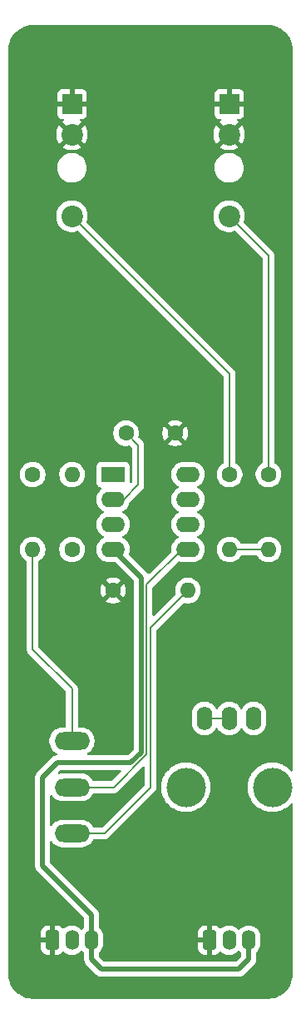
<source format=gbr>
%TF.GenerationSoftware,KiCad,Pcbnew,9.0.1*%
%TF.CreationDate,2025-06-14T19:42:15+10:00*%
%TF.ProjectId,LFO,4c464f2e-6b69-4636-9164-5f7063625858,rev?*%
%TF.SameCoordinates,Original*%
%TF.FileFunction,Copper,L1,Top*%
%TF.FilePolarity,Positive*%
%FSLAX46Y46*%
G04 Gerber Fmt 4.6, Leading zero omitted, Abs format (unit mm)*
G04 Created by KiCad (PCBNEW 9.0.1) date 2025-06-14 19:42:15*
%MOMM*%
%LPD*%
G01*
G04 APERTURE LIST*
G04 Aperture macros list*
%AMRoundRect*
0 Rectangle with rounded corners*
0 $1 Rounding radius*
0 $2 $3 $4 $5 $6 $7 $8 $9 X,Y pos of 4 corners*
0 Add a 4 corners polygon primitive as box body*
4,1,4,$2,$3,$4,$5,$6,$7,$8,$9,$2,$3,0*
0 Add four circle primitives for the rounded corners*
1,1,$1+$1,$2,$3*
1,1,$1+$1,$4,$5*
1,1,$1+$1,$6,$7*
1,1,$1+$1,$8,$9*
0 Add four rect primitives between the rounded corners*
20,1,$1+$1,$2,$3,$4,$5,0*
20,1,$1+$1,$4,$5,$6,$7,0*
20,1,$1+$1,$6,$7,$8,$9,0*
20,1,$1+$1,$8,$9,$2,$3,0*%
G04 Aperture macros list end*
%TA.AperFunction,ComponentPad*%
%ADD10C,1.600000*%
%TD*%
%TA.AperFunction,ComponentPad*%
%ADD11O,1.600000X1.600000*%
%TD*%
%TA.AperFunction,WasherPad*%
%ADD12C,4.000000*%
%TD*%
%TA.AperFunction,ComponentPad*%
%ADD13O,1.600000X2.400000*%
%TD*%
%TA.AperFunction,ComponentPad*%
%ADD14RoundRect,0.291666X-0.408334X-0.708334X0.408334X-0.708334X0.408334X0.708334X-0.408334X0.708334X0*%
%TD*%
%TA.AperFunction,ComponentPad*%
%ADD15O,1.400000X2.000000*%
%TD*%
%TA.AperFunction,ComponentPad*%
%ADD16R,2.000000X2.000000*%
%TD*%
%TA.AperFunction,ComponentPad*%
%ADD17C,2.200000*%
%TD*%
%TA.AperFunction,ComponentPad*%
%ADD18O,3.600000X1.800000*%
%TD*%
%TA.AperFunction,ComponentPad*%
%ADD19R,2.400000X1.600000*%
%TD*%
%TA.AperFunction,ComponentPad*%
%ADD20O,2.400000X1.600000*%
%TD*%
%TA.AperFunction,Conductor*%
%ADD21C,0.200000*%
%TD*%
%TA.AperFunction,Conductor*%
%ADD22C,0.500000*%
%TD*%
G04 APERTURE END LIST*
D10*
%TO.P,R5,1*%
%TO.N,Net-(J2-PadT)*%
X162000000Y-96190000D03*
D11*
%TO.P,R5,2*%
%TO.N,Net-(U1B--)*%
X162000000Y-103810000D03*
%TD*%
D10*
%TO.P,R3,1*%
%TO.N,GND*%
X146190000Y-108000000D03*
D11*
%TO.P,R3,2*%
%TO.N,Net-(SW1-C)*%
X153810000Y-108000000D03*
%TD*%
D10*
%TO.P,R1,1*%
%TO.N,Net-(U1A--)*%
X138000000Y-96190000D03*
D11*
%TO.P,R1,2*%
%TO.N,Net-(SW1-A)*%
X138000000Y-103810000D03*
%TD*%
D10*
%TO.P,R4,1*%
%TO.N,Net-(J1-PadT)*%
X158050000Y-96190000D03*
D11*
%TO.P,R4,2*%
%TO.N,Net-(U1B--)*%
X158050000Y-103810000D03*
%TD*%
D10*
%TO.P,R2,1*%
%TO.N,Net-(SW1-C)*%
X142000000Y-103810000D03*
D11*
%TO.P,R2,2*%
%TO.N,Net-(R2-Pad2)*%
X142000000Y-96190000D03*
%TD*%
D12*
%TO.P,RV1,*%
%TO.N,*%
X162400000Y-128000000D03*
X153600000Y-128000000D03*
D13*
%TO.P,RV1,1,1*%
%TO.N,Net-(SW1-A)*%
X155499999Y-121000000D03*
%TO.P,RV1,2,2*%
X158000000Y-121000000D03*
%TO.P,RV1,3,3*%
%TO.N,Net-(R2-Pad2)*%
X160500001Y-121000000D03*
%TD*%
D14*
%TO.P,J3,1,Pin_1*%
%TO.N,GND*%
X140000000Y-143550000D03*
D15*
%TO.P,J3,2,Pin_2*%
%TO.N,VDD*%
X142000000Y-143550000D03*
%TO.P,J3,3,Pin_3*%
%TO.N,VSS*%
X144000000Y-143550000D03*
%TD*%
D14*
%TO.P,J4,1,Pin_1*%
%TO.N,GND*%
X156000000Y-143550000D03*
D15*
%TO.P,J4,2,Pin_2*%
%TO.N,VDD*%
X158000000Y-143550000D03*
%TO.P,J4,3,Pin_3*%
%TO.N,VSS*%
X160000000Y-143550000D03*
%TD*%
D16*
%TO.P,J1,G*%
%TO.N,GND*%
X142000000Y-58520000D03*
D17*
%TO.P,J1,S*%
X142000000Y-61620000D03*
%TO.P,J1,T*%
%TO.N,Net-(J1-PadT)*%
X142000000Y-69920000D03*
%TD*%
D16*
%TO.P,J2,G*%
%TO.N,GND*%
X158000000Y-58520000D03*
D17*
%TO.P,J2,S*%
X158000000Y-61620000D03*
%TO.P,J2,T*%
%TO.N,Net-(J2-PadT)*%
X158000000Y-69920000D03*
%TD*%
D18*
%TO.P,SW1,1,A*%
%TO.N,Net-(SW1-A)*%
X142000000Y-123300000D03*
%TO.P,SW1,2,B*%
%TO.N,Net-(SW1-B)*%
X142000000Y-128000000D03*
%TO.P,SW1,3,C*%
%TO.N,Net-(SW1-C)*%
X142000000Y-132700000D03*
%TD*%
D19*
%TO.P,U1,1*%
%TO.N,Net-(R2-Pad2)*%
X146190000Y-96190000D03*
D20*
%TO.P,U1,2,-*%
%TO.N,Net-(U1A--)*%
X146190000Y-98730000D03*
%TO.P,U1,3,+*%
%TO.N,Net-(SW1-C)*%
X146190000Y-101270000D03*
%TO.P,U1,4,V-*%
%TO.N,VSS*%
X146190000Y-103810000D03*
%TO.P,U1,5,+*%
%TO.N,Net-(SW1-B)*%
X153810000Y-103810000D03*
%TO.P,U1,6,-*%
%TO.N,Net-(U1B--)*%
X153810000Y-101270000D03*
%TO.P,U1,7*%
X153810000Y-98730000D03*
%TO.P,U1,8,V+*%
%TO.N,VDD*%
X153810000Y-96190000D03*
%TD*%
D10*
%TO.P,C1,1*%
%TO.N,Net-(U1A--)*%
X147500000Y-92000000D03*
%TO.P,C1,2*%
%TO.N,GND*%
X152500000Y-92000000D03*
%TD*%
D21*
%TO.N,Net-(U1A--)*%
X147270000Y-98730000D02*
X148750000Y-97250000D01*
X146190000Y-98730000D02*
X147270000Y-98730000D01*
X148750000Y-97250000D02*
X148750000Y-93250000D01*
X148750000Y-93250000D02*
X147500000Y-92000000D01*
D22*
%TO.N,VSS*%
X139000000Y-136000000D02*
X139000000Y-127000000D01*
X144000000Y-143550000D02*
X144000000Y-145500000D01*
X149048000Y-124452000D02*
X149048000Y-106668000D01*
X160000000Y-145500000D02*
X160000000Y-143550000D01*
X148000000Y-125500000D02*
X149048000Y-124452000D01*
X144000000Y-141000000D02*
X139000000Y-136000000D01*
X144000000Y-143550000D02*
X144000000Y-141000000D01*
X139000000Y-127000000D02*
X140500000Y-125500000D01*
X144000000Y-145500000D02*
X145000000Y-146500000D01*
X145000000Y-146500000D02*
X159000000Y-146500000D01*
X159000000Y-146500000D02*
X160000000Y-145500000D01*
X140500000Y-125500000D02*
X148000000Y-125500000D01*
X149048000Y-106668000D02*
X146190000Y-103810000D01*
D21*
%TO.N,Net-(SW1-A)*%
X138000000Y-114000000D02*
X138000000Y-103810000D01*
X158000000Y-121000000D02*
X155499999Y-121000000D01*
X142000000Y-118000000D02*
X138000000Y-114000000D01*
X142000000Y-123300000D02*
X142000000Y-118000000D01*
%TO.N,Net-(SW1-C)*%
X150000000Y-128000000D02*
X150000000Y-111810000D01*
X142000000Y-132700000D02*
X145300000Y-132700000D01*
X145300000Y-132700000D02*
X150000000Y-128000000D01*
X150000000Y-111810000D02*
X153810000Y-108000000D01*
%TO.N,Net-(U1B--)*%
X158050000Y-103810000D02*
X162000000Y-103810000D01*
%TO.N,Net-(SW1-B)*%
X153190000Y-103810000D02*
X153810000Y-103810000D01*
X149599000Y-124680232D02*
X146279232Y-128000000D01*
X149599000Y-122300000D02*
X149599000Y-124680232D01*
X149599000Y-122300000D02*
X149599000Y-107401000D01*
X149599000Y-107401000D02*
X153190000Y-103810000D01*
X146279232Y-128000000D02*
X142000000Y-128000000D01*
%TO.N,Net-(J1-PadT)*%
X158050000Y-85969999D02*
X142000000Y-69919999D01*
X158050000Y-96190000D02*
X158050000Y-85969999D01*
%TO.N,Net-(J2-PadT)*%
X162000000Y-73919999D02*
X158000000Y-69919999D01*
X162000000Y-96190000D02*
X162000000Y-73919999D01*
%TD*%
%TA.AperFunction,Conductor*%
%TO.N,GND*%
G36*
X162003736Y-50500726D02*
G01*
X162293796Y-50518271D01*
X162308659Y-50520076D01*
X162590798Y-50571780D01*
X162605335Y-50575363D01*
X162879172Y-50660695D01*
X162893163Y-50666000D01*
X163154743Y-50783727D01*
X163167989Y-50790680D01*
X163413465Y-50939075D01*
X163425776Y-50947573D01*
X163651573Y-51124473D01*
X163662781Y-51134403D01*
X163865596Y-51337218D01*
X163875526Y-51348426D01*
X163995481Y-51501538D01*
X164052422Y-51574217D01*
X164060928Y-51586540D01*
X164209316Y-51832004D01*
X164216275Y-51845263D01*
X164333997Y-52106831D01*
X164339306Y-52120832D01*
X164424635Y-52394663D01*
X164428219Y-52409201D01*
X164479923Y-52691340D01*
X164481728Y-52706205D01*
X164499274Y-52996263D01*
X164499500Y-53003750D01*
X164499500Y-126267827D01*
X164479815Y-126334866D01*
X164427011Y-126380621D01*
X164357853Y-126390565D01*
X164294297Y-126361540D01*
X164278553Y-126345140D01*
X164267416Y-126331175D01*
X164068824Y-126132583D01*
X163938092Y-126028328D01*
X163849248Y-125957477D01*
X163611445Y-125808055D01*
X163611442Y-125808053D01*
X163358411Y-125686200D01*
X163093329Y-125593443D01*
X163093317Y-125593439D01*
X162819512Y-125530945D01*
X162819494Y-125530942D01*
X162540431Y-125499500D01*
X162540425Y-125499500D01*
X162259575Y-125499500D01*
X162259568Y-125499500D01*
X161980505Y-125530942D01*
X161980487Y-125530945D01*
X161706682Y-125593439D01*
X161706670Y-125593443D01*
X161441588Y-125686200D01*
X161188557Y-125808053D01*
X160950753Y-125957476D01*
X160731175Y-126132583D01*
X160532583Y-126331175D01*
X160357476Y-126550753D01*
X160208053Y-126788557D01*
X160086200Y-127041588D01*
X159993443Y-127306670D01*
X159993439Y-127306682D01*
X159930945Y-127580487D01*
X159930942Y-127580505D01*
X159899500Y-127859568D01*
X159899500Y-128140431D01*
X159930942Y-128419494D01*
X159930945Y-128419512D01*
X159993439Y-128693317D01*
X159993443Y-128693329D01*
X160086200Y-128958411D01*
X160208053Y-129211442D01*
X160208055Y-129211445D01*
X160357477Y-129449248D01*
X160487162Y-129611868D01*
X160532581Y-129668822D01*
X160532584Y-129668825D01*
X160731175Y-129867416D01*
X160950752Y-130042523D01*
X161188555Y-130191945D01*
X161441592Y-130313801D01*
X161640680Y-130383465D01*
X161706670Y-130406556D01*
X161706682Y-130406560D01*
X161980491Y-130469055D01*
X161980497Y-130469055D01*
X161980505Y-130469057D01*
X162166547Y-130490018D01*
X162259569Y-130500499D01*
X162259572Y-130500500D01*
X162259575Y-130500500D01*
X162540428Y-130500500D01*
X162540429Y-130500499D01*
X162683055Y-130484429D01*
X162819494Y-130469057D01*
X162819499Y-130469056D01*
X162819509Y-130469055D01*
X163093318Y-130406560D01*
X163358408Y-130313801D01*
X163611445Y-130191945D01*
X163849248Y-130042523D01*
X164068825Y-129867416D01*
X164267416Y-129668825D01*
X164278551Y-129654861D01*
X164335739Y-129614720D01*
X164405550Y-129611868D01*
X164465821Y-129647212D01*
X164497415Y-129709530D01*
X164499500Y-129732172D01*
X164499500Y-146996249D01*
X164499274Y-147003736D01*
X164481728Y-147293794D01*
X164479923Y-147308659D01*
X164428219Y-147590798D01*
X164424635Y-147605336D01*
X164339306Y-147879167D01*
X164333997Y-147893168D01*
X164216275Y-148154736D01*
X164209316Y-148167995D01*
X164060928Y-148413459D01*
X164052422Y-148425782D01*
X163875526Y-148651573D01*
X163865596Y-148662781D01*
X163662781Y-148865596D01*
X163651573Y-148875526D01*
X163425782Y-149052422D01*
X163413459Y-149060928D01*
X163167995Y-149209316D01*
X163154736Y-149216275D01*
X162893168Y-149333997D01*
X162879167Y-149339306D01*
X162605336Y-149424635D01*
X162590798Y-149428219D01*
X162308659Y-149479923D01*
X162293794Y-149481728D01*
X162014454Y-149498624D01*
X162003735Y-149499273D01*
X161996250Y-149499499D01*
X138003734Y-149499499D01*
X137996247Y-149499273D01*
X137706205Y-149481728D01*
X137691340Y-149479923D01*
X137409201Y-149428219D01*
X137394663Y-149424635D01*
X137120832Y-149339306D01*
X137106831Y-149333997D01*
X136845263Y-149216275D01*
X136832004Y-149209316D01*
X136586540Y-149060928D01*
X136574217Y-149052422D01*
X136348426Y-148875526D01*
X136337218Y-148865596D01*
X136134403Y-148662781D01*
X136124473Y-148651573D01*
X135947573Y-148425776D01*
X135939075Y-148413465D01*
X135790680Y-148167989D01*
X135783727Y-148154743D01*
X135666000Y-147893163D01*
X135660693Y-147879167D01*
X135575364Y-147605336D01*
X135571780Y-147590798D01*
X135520076Y-147308659D01*
X135518271Y-147293794D01*
X135505517Y-147082950D01*
X135500726Y-147003736D01*
X135500500Y-146996249D01*
X135500500Y-103707648D01*
X136699500Y-103707648D01*
X136699500Y-103912351D01*
X136731522Y-104114534D01*
X136794781Y-104309223D01*
X136887715Y-104491613D01*
X137008028Y-104657213D01*
X137008034Y-104657219D01*
X137152781Y-104801966D01*
X137318390Y-104922287D01*
X137331793Y-104929116D01*
X137382589Y-104977088D01*
X137399500Y-105039601D01*
X137399500Y-113913330D01*
X137399499Y-113913348D01*
X137399499Y-114079054D01*
X137399498Y-114079054D01*
X137440423Y-114231785D01*
X137469358Y-114281900D01*
X137469359Y-114281904D01*
X137469360Y-114281904D01*
X137519479Y-114368714D01*
X137519481Y-114368717D01*
X137638349Y-114487585D01*
X137638355Y-114487590D01*
X141363181Y-118212416D01*
X141396666Y-118273739D01*
X141399500Y-118300097D01*
X141399500Y-121775500D01*
X141379815Y-121842539D01*
X141327011Y-121888294D01*
X141275500Y-121899500D01*
X140989778Y-121899500D01*
X140917201Y-121910995D01*
X140772047Y-121933985D01*
X140562396Y-122002103D01*
X140562393Y-122002104D01*
X140365974Y-122102187D01*
X140187641Y-122231752D01*
X140187636Y-122231756D01*
X140031756Y-122387636D01*
X140031752Y-122387641D01*
X139902187Y-122565974D01*
X139802104Y-122762393D01*
X139802103Y-122762396D01*
X139733985Y-122972047D01*
X139699500Y-123189778D01*
X139699500Y-123410221D01*
X139733985Y-123627952D01*
X139802103Y-123837603D01*
X139802104Y-123837606D01*
X139902187Y-124034025D01*
X140031752Y-124212358D01*
X140031756Y-124212363D01*
X140187636Y-124368243D01*
X140187641Y-124368247D01*
X140365976Y-124497814D01*
X140419508Y-124525090D01*
X140470305Y-124573064D01*
X140487100Y-124640885D01*
X140464563Y-124707020D01*
X140409848Y-124750472D01*
X140387407Y-124757192D01*
X140281091Y-124778340D01*
X140281082Y-124778343D01*
X140144511Y-124834912D01*
X140144498Y-124834919D01*
X140021584Y-124917048D01*
X140021580Y-124917051D01*
X138417050Y-126521580D01*
X138417044Y-126521588D01*
X138367812Y-126595268D01*
X138367813Y-126595269D01*
X138334921Y-126644496D01*
X138334914Y-126644508D01*
X138278342Y-126781086D01*
X138278340Y-126781092D01*
X138249500Y-126926079D01*
X138249500Y-126926082D01*
X138249500Y-136073918D01*
X138249500Y-136073920D01*
X138249499Y-136073920D01*
X138278340Y-136218907D01*
X138278343Y-136218917D01*
X138334914Y-136355492D01*
X138367812Y-136404727D01*
X138367813Y-136404730D01*
X138417046Y-136478414D01*
X138417052Y-136478421D01*
X143213181Y-141274549D01*
X143246666Y-141335872D01*
X143249500Y-141362230D01*
X143249500Y-142251374D01*
X143240855Y-142280814D01*
X143234332Y-142310801D01*
X143230577Y-142315816D01*
X143229815Y-142318413D01*
X143213182Y-142339055D01*
X143213181Y-142339056D01*
X143087680Y-142464556D01*
X143026357Y-142498040D01*
X142956665Y-142493056D01*
X142912318Y-142464555D01*
X142782075Y-142334312D01*
X142782073Y-142334310D01*
X142629199Y-142223240D01*
X142620479Y-142218797D01*
X142460836Y-142137454D01*
X142281118Y-142079059D01*
X142094486Y-142049500D01*
X142094481Y-142049500D01*
X141905519Y-142049500D01*
X141905514Y-142049500D01*
X141718881Y-142079059D01*
X141539163Y-142137454D01*
X141370800Y-142223240D01*
X141283579Y-142286610D01*
X141217927Y-142334310D01*
X141217925Y-142334312D01*
X141217922Y-142334314D01*
X141206923Y-142345313D01*
X141145599Y-142378796D01*
X141075907Y-142373809D01*
X141031564Y-142345311D01*
X140905049Y-142218797D01*
X140905050Y-142218797D01*
X140753998Y-142123887D01*
X140753999Y-142123887D01*
X140585612Y-142064965D01*
X140585602Y-142064963D01*
X140452797Y-142050000D01*
X140250000Y-142050000D01*
X140250000Y-143269670D01*
X140230255Y-143249925D01*
X140144745Y-143200556D01*
X140049370Y-143175000D01*
X139950630Y-143175000D01*
X139855255Y-143200556D01*
X139769745Y-143249925D01*
X139750000Y-143269670D01*
X139750000Y-142050000D01*
X139547207Y-142050000D01*
X139547201Y-142050001D01*
X139414397Y-142064963D01*
X139414387Y-142064965D01*
X139246000Y-142123887D01*
X139094949Y-142218797D01*
X138968797Y-142344949D01*
X138873887Y-142496000D01*
X138814965Y-142664387D01*
X138814963Y-142664397D01*
X138800000Y-142797202D01*
X138800000Y-143300000D01*
X139719670Y-143300000D01*
X139699925Y-143319745D01*
X139650556Y-143405255D01*
X139625000Y-143500630D01*
X139625000Y-143599370D01*
X139650556Y-143694745D01*
X139699925Y-143780255D01*
X139719670Y-143800000D01*
X138800001Y-143800000D01*
X138800001Y-144302798D01*
X138814963Y-144435602D01*
X138814965Y-144435612D01*
X138873887Y-144603999D01*
X138968797Y-144755050D01*
X139094949Y-144881202D01*
X139246001Y-144976112D01*
X139246000Y-144976112D01*
X139414387Y-145035034D01*
X139414397Y-145035036D01*
X139547204Y-145049999D01*
X139749999Y-145049999D01*
X139750000Y-145049998D01*
X139750000Y-143830330D01*
X139769745Y-143850075D01*
X139855255Y-143899444D01*
X139950630Y-143925000D01*
X140049370Y-143925000D01*
X140144745Y-143899444D01*
X140230255Y-143850075D01*
X140250000Y-143830330D01*
X140250000Y-145049999D01*
X140452791Y-145049999D01*
X140452798Y-145049998D01*
X140585602Y-145035036D01*
X140585612Y-145035034D01*
X140753999Y-144976112D01*
X140905050Y-144881202D01*
X140905053Y-144881199D01*
X141031564Y-144754689D01*
X141092887Y-144721204D01*
X141162579Y-144726188D01*
X141206926Y-144754689D01*
X141217927Y-144765690D01*
X141370801Y-144876760D01*
X141450347Y-144917290D01*
X141539163Y-144962545D01*
X141539165Y-144962545D01*
X141539168Y-144962547D01*
X141580917Y-144976112D01*
X141718881Y-145020940D01*
X141905514Y-145050500D01*
X141905519Y-145050500D01*
X142094486Y-145050500D01*
X142281118Y-145020940D01*
X142460832Y-144962547D01*
X142629199Y-144876760D01*
X142782073Y-144765690D01*
X142912319Y-144635444D01*
X142920264Y-144631105D01*
X142925690Y-144623858D01*
X142950449Y-144614623D01*
X142973642Y-144601959D01*
X142982671Y-144602604D01*
X142991154Y-144599441D01*
X143016974Y-144605057D01*
X143043334Y-144606943D01*
X143052387Y-144612761D01*
X143059427Y-144614293D01*
X143087681Y-144635444D01*
X143213181Y-144760944D01*
X143246666Y-144822267D01*
X143249500Y-144848625D01*
X143249500Y-145573918D01*
X143249500Y-145573920D01*
X143249499Y-145573920D01*
X143278340Y-145718907D01*
X143278343Y-145718917D01*
X143334914Y-145855492D01*
X143367812Y-145904727D01*
X143367813Y-145904730D01*
X143417046Y-145978414D01*
X143417052Y-145978421D01*
X144417049Y-146978416D01*
X144521584Y-147082951D01*
X144521587Y-147082953D01*
X144521588Y-147082954D01*
X144644503Y-147165083D01*
X144644506Y-147165085D01*
X144694665Y-147185861D01*
X144701080Y-147188518D01*
X144781088Y-147221659D01*
X144897241Y-147244763D01*
X144920380Y-147249365D01*
X144926081Y-147250500D01*
X144926082Y-147250500D01*
X159073920Y-147250500D01*
X159171462Y-147231096D01*
X159218913Y-147221658D01*
X159355495Y-147165084D01*
X159404729Y-147132186D01*
X159478416Y-147082952D01*
X160582952Y-145978415D01*
X160623955Y-145917049D01*
X160665084Y-145855495D01*
X160697042Y-145778342D01*
X160721659Y-145718912D01*
X160750500Y-145573917D01*
X160750500Y-145426082D01*
X160750500Y-144848625D01*
X160770185Y-144781586D01*
X160786819Y-144760944D01*
X160826559Y-144721204D01*
X160915690Y-144632073D01*
X161026760Y-144479199D01*
X161112547Y-144310832D01*
X161170940Y-144131118D01*
X161200500Y-143944486D01*
X161200500Y-143155513D01*
X161170940Y-142968881D01*
X161112545Y-142789163D01*
X161026759Y-142620800D01*
X160915690Y-142467927D01*
X160782073Y-142334310D01*
X160629199Y-142223240D01*
X160620479Y-142218797D01*
X160460836Y-142137454D01*
X160281118Y-142079059D01*
X160094486Y-142049500D01*
X160094481Y-142049500D01*
X159905519Y-142049500D01*
X159905514Y-142049500D01*
X159718881Y-142079059D01*
X159539163Y-142137454D01*
X159370800Y-142223240D01*
X159283579Y-142286610D01*
X159217927Y-142334310D01*
X159217925Y-142334312D01*
X159217924Y-142334312D01*
X159087681Y-142464556D01*
X159026358Y-142498041D01*
X158956666Y-142493057D01*
X158912319Y-142464556D01*
X158782075Y-142334312D01*
X158782073Y-142334310D01*
X158629199Y-142223240D01*
X158620479Y-142218797D01*
X158460836Y-142137454D01*
X158281118Y-142079059D01*
X158094486Y-142049500D01*
X158094481Y-142049500D01*
X157905519Y-142049500D01*
X157905514Y-142049500D01*
X157718881Y-142079059D01*
X157539163Y-142137454D01*
X157370800Y-142223240D01*
X157283579Y-142286610D01*
X157217927Y-142334310D01*
X157217925Y-142334312D01*
X157217922Y-142334314D01*
X157206923Y-142345313D01*
X157145599Y-142378796D01*
X157075907Y-142373809D01*
X157031564Y-142345311D01*
X156905049Y-142218797D01*
X156905050Y-142218797D01*
X156753998Y-142123887D01*
X156753999Y-142123887D01*
X156585612Y-142064965D01*
X156585602Y-142064963D01*
X156452797Y-142050000D01*
X156250000Y-142050000D01*
X156250000Y-143269670D01*
X156230255Y-143249925D01*
X156144745Y-143200556D01*
X156049370Y-143175000D01*
X155950630Y-143175000D01*
X155855255Y-143200556D01*
X155769745Y-143249925D01*
X155750000Y-143269670D01*
X155750000Y-142050000D01*
X155547207Y-142050000D01*
X155547201Y-142050001D01*
X155414397Y-142064963D01*
X155414387Y-142064965D01*
X155246000Y-142123887D01*
X155094949Y-142218797D01*
X154968797Y-142344949D01*
X154873887Y-142496000D01*
X154814965Y-142664387D01*
X154814963Y-142664397D01*
X154800000Y-142797202D01*
X154800000Y-143300000D01*
X155719670Y-143300000D01*
X155699925Y-143319745D01*
X155650556Y-143405255D01*
X155625000Y-143500630D01*
X155625000Y-143599370D01*
X155650556Y-143694745D01*
X155699925Y-143780255D01*
X155719670Y-143800000D01*
X154800001Y-143800000D01*
X154800001Y-144302798D01*
X154814963Y-144435602D01*
X154814965Y-144435612D01*
X154873887Y-144603999D01*
X154968797Y-144755050D01*
X155094949Y-144881202D01*
X155246001Y-144976112D01*
X155246000Y-144976112D01*
X155414387Y-145035034D01*
X155414397Y-145035036D01*
X155547204Y-145049999D01*
X155749999Y-145049999D01*
X155750000Y-145049998D01*
X155750000Y-143830330D01*
X155769745Y-143850075D01*
X155855255Y-143899444D01*
X155950630Y-143925000D01*
X156049370Y-143925000D01*
X156144745Y-143899444D01*
X156230255Y-143850075D01*
X156250000Y-143830330D01*
X156250000Y-145049999D01*
X156452791Y-145049999D01*
X156452798Y-145049998D01*
X156585602Y-145035036D01*
X156585612Y-145035034D01*
X156753999Y-144976112D01*
X156905050Y-144881202D01*
X156905053Y-144881199D01*
X157031564Y-144754689D01*
X157092887Y-144721204D01*
X157162579Y-144726188D01*
X157206926Y-144754689D01*
X157217927Y-144765690D01*
X157370801Y-144876760D01*
X157450347Y-144917290D01*
X157539163Y-144962545D01*
X157539165Y-144962545D01*
X157539168Y-144962547D01*
X157580917Y-144976112D01*
X157718881Y-145020940D01*
X157905514Y-145050500D01*
X157905519Y-145050500D01*
X158094486Y-145050500D01*
X158281118Y-145020940D01*
X158460832Y-144962547D01*
X158629199Y-144876760D01*
X158782073Y-144765690D01*
X158912319Y-144635444D01*
X158920264Y-144631105D01*
X158925690Y-144623858D01*
X158950449Y-144614623D01*
X158973642Y-144601959D01*
X158982671Y-144602604D01*
X158991154Y-144599441D01*
X159016974Y-144605057D01*
X159043334Y-144606943D01*
X159052387Y-144612761D01*
X159059427Y-144614293D01*
X159087681Y-144635444D01*
X159213181Y-144760944D01*
X159246666Y-144822267D01*
X159249500Y-144848625D01*
X159249500Y-145137770D01*
X159229815Y-145204809D01*
X159213181Y-145225451D01*
X158725451Y-145713181D01*
X158664128Y-145746666D01*
X158637770Y-145749500D01*
X145362229Y-145749500D01*
X145295190Y-145729815D01*
X145274548Y-145713181D01*
X144786819Y-145225451D01*
X144753334Y-145164128D01*
X144750500Y-145137770D01*
X144750500Y-144848625D01*
X144770185Y-144781586D01*
X144786819Y-144760944D01*
X144826559Y-144721204D01*
X144915690Y-144632073D01*
X145026760Y-144479199D01*
X145112547Y-144310832D01*
X145170940Y-144131118D01*
X145200500Y-143944486D01*
X145200500Y-143155513D01*
X145170940Y-142968881D01*
X145126480Y-142832049D01*
X145126479Y-142832046D01*
X145112547Y-142789167D01*
X145026759Y-142620800D01*
X144915690Y-142467927D01*
X144786818Y-142339055D01*
X144753334Y-142277732D01*
X144750500Y-142251374D01*
X144750500Y-140926079D01*
X144721659Y-140781092D01*
X144721658Y-140781091D01*
X144721658Y-140781087D01*
X144665084Y-140644505D01*
X144632186Y-140595270D01*
X144632185Y-140595268D01*
X144582956Y-140521589D01*
X144582952Y-140521584D01*
X139786819Y-135725451D01*
X139753334Y-135664128D01*
X139750500Y-135637770D01*
X139750500Y-133606879D01*
X139770185Y-133539840D01*
X139822989Y-133494085D01*
X139892147Y-133484141D01*
X139955703Y-133513166D01*
X139974816Y-133533991D01*
X139979066Y-133539840D01*
X140031758Y-133612365D01*
X140187636Y-133768243D01*
X140187641Y-133768247D01*
X140343192Y-133881260D01*
X140365978Y-133897815D01*
X140494375Y-133963237D01*
X140562393Y-133997895D01*
X140562396Y-133997896D01*
X140667221Y-134031955D01*
X140772049Y-134066015D01*
X140989778Y-134100500D01*
X140989779Y-134100500D01*
X143010221Y-134100500D01*
X143010222Y-134100500D01*
X143227951Y-134066015D01*
X143437606Y-133997895D01*
X143634022Y-133897815D01*
X143812365Y-133768242D01*
X143968242Y-133612365D01*
X144097815Y-133434022D01*
X144131352Y-133368204D01*
X144179326Y-133317409D01*
X144241836Y-133300500D01*
X145213331Y-133300500D01*
X145213347Y-133300501D01*
X145220943Y-133300501D01*
X145379054Y-133300501D01*
X145379057Y-133300501D01*
X145531785Y-133259577D01*
X145581904Y-133230639D01*
X145668716Y-133180520D01*
X145780520Y-133068716D01*
X145780520Y-133068714D01*
X145790728Y-133058507D01*
X145790729Y-133058504D01*
X150480520Y-128368716D01*
X150559577Y-128231784D01*
X150600501Y-128079057D01*
X150600501Y-127920942D01*
X150600501Y-127913347D01*
X150600500Y-127913329D01*
X150600500Y-127859568D01*
X151099500Y-127859568D01*
X151099500Y-128140431D01*
X151130942Y-128419494D01*
X151130945Y-128419512D01*
X151193439Y-128693317D01*
X151193443Y-128693329D01*
X151286200Y-128958411D01*
X151408053Y-129211442D01*
X151408055Y-129211445D01*
X151557477Y-129449248D01*
X151687162Y-129611868D01*
X151732581Y-129668822D01*
X151732584Y-129668825D01*
X151931175Y-129867416D01*
X152150752Y-130042523D01*
X152388555Y-130191945D01*
X152641592Y-130313801D01*
X152840680Y-130383465D01*
X152906670Y-130406556D01*
X152906682Y-130406560D01*
X153180491Y-130469055D01*
X153180497Y-130469055D01*
X153180505Y-130469057D01*
X153366547Y-130490018D01*
X153459569Y-130500499D01*
X153459572Y-130500500D01*
X153459575Y-130500500D01*
X153740428Y-130500500D01*
X153740429Y-130500499D01*
X153883055Y-130484429D01*
X154019494Y-130469057D01*
X154019499Y-130469056D01*
X154019509Y-130469055D01*
X154293318Y-130406560D01*
X154558408Y-130313801D01*
X154811445Y-130191945D01*
X155049248Y-130042523D01*
X155268825Y-129867416D01*
X155467416Y-129668825D01*
X155642523Y-129449248D01*
X155791945Y-129211445D01*
X155913801Y-128958408D01*
X156006560Y-128693318D01*
X156069055Y-128419509D01*
X156100500Y-128140425D01*
X156100500Y-127859575D01*
X156069055Y-127580491D01*
X156006560Y-127306682D01*
X155913801Y-127041592D01*
X155791945Y-126788555D01*
X155642523Y-126550752D01*
X155467416Y-126331175D01*
X155268825Y-126132584D01*
X155049248Y-125957477D01*
X154811445Y-125808055D01*
X154811442Y-125808053D01*
X154558411Y-125686200D01*
X154293329Y-125593443D01*
X154293317Y-125593439D01*
X154019512Y-125530945D01*
X154019494Y-125530942D01*
X153740431Y-125499500D01*
X153740425Y-125499500D01*
X153459575Y-125499500D01*
X153459568Y-125499500D01*
X153180505Y-125530942D01*
X153180487Y-125530945D01*
X152906682Y-125593439D01*
X152906670Y-125593443D01*
X152641588Y-125686200D01*
X152388557Y-125808053D01*
X152150753Y-125957476D01*
X151931175Y-126132583D01*
X151732583Y-126331175D01*
X151557476Y-126550753D01*
X151408053Y-126788557D01*
X151286200Y-127041588D01*
X151193443Y-127306670D01*
X151193439Y-127306682D01*
X151130945Y-127580487D01*
X151130942Y-127580505D01*
X151099500Y-127859568D01*
X150600500Y-127859568D01*
X150600500Y-120497648D01*
X154199499Y-120497648D01*
X154199499Y-121502351D01*
X154231521Y-121704534D01*
X154294780Y-121899223D01*
X154387714Y-122081613D01*
X154508027Y-122247213D01*
X154652785Y-122391971D01*
X154807748Y-122504556D01*
X154818389Y-122512287D01*
X154934606Y-122571503D01*
X155000775Y-122605218D01*
X155000777Y-122605218D01*
X155000780Y-122605220D01*
X155105136Y-122639127D01*
X155195464Y-122668477D01*
X155296556Y-122684488D01*
X155397647Y-122700500D01*
X155397648Y-122700500D01*
X155602350Y-122700500D01*
X155602351Y-122700500D01*
X155804533Y-122668477D01*
X155999218Y-122605220D01*
X156181609Y-122512287D01*
X156274589Y-122444732D01*
X156347212Y-122391971D01*
X156347214Y-122391968D01*
X156347218Y-122391966D01*
X156491965Y-122247219D01*
X156491967Y-122247215D01*
X156491970Y-122247213D01*
X156597336Y-122102187D01*
X156612286Y-122081610D01*
X156639514Y-122028171D01*
X156687488Y-121977376D01*
X156755309Y-121960580D01*
X156821444Y-121983117D01*
X156860483Y-122028170D01*
X156887713Y-122081611D01*
X157008028Y-122247213D01*
X157152786Y-122391971D01*
X157307749Y-122504556D01*
X157318390Y-122512287D01*
X157434607Y-122571503D01*
X157500776Y-122605218D01*
X157500778Y-122605218D01*
X157500781Y-122605220D01*
X157605137Y-122639127D01*
X157695465Y-122668477D01*
X157796557Y-122684488D01*
X157897648Y-122700500D01*
X157897649Y-122700500D01*
X158102351Y-122700500D01*
X158102352Y-122700500D01*
X158304534Y-122668477D01*
X158499219Y-122605220D01*
X158681610Y-122512287D01*
X158774590Y-122444732D01*
X158847213Y-122391971D01*
X158847215Y-122391968D01*
X158847219Y-122391966D01*
X158991966Y-122247219D01*
X158991968Y-122247215D01*
X158991971Y-122247213D01*
X159097337Y-122102187D01*
X159112287Y-122081610D01*
X159139515Y-122028171D01*
X159187489Y-121977376D01*
X159255310Y-121960580D01*
X159321445Y-121983117D01*
X159360484Y-122028170D01*
X159387714Y-122081611D01*
X159508029Y-122247213D01*
X159652787Y-122391971D01*
X159807750Y-122504556D01*
X159818391Y-122512287D01*
X159934608Y-122571503D01*
X160000777Y-122605218D01*
X160000779Y-122605218D01*
X160000782Y-122605220D01*
X160105138Y-122639127D01*
X160195466Y-122668477D01*
X160296558Y-122684488D01*
X160397649Y-122700500D01*
X160397650Y-122700500D01*
X160602352Y-122700500D01*
X160602353Y-122700500D01*
X160804535Y-122668477D01*
X160999220Y-122605220D01*
X161181611Y-122512287D01*
X161274591Y-122444732D01*
X161347214Y-122391971D01*
X161347216Y-122391968D01*
X161347220Y-122391966D01*
X161491967Y-122247219D01*
X161491969Y-122247215D01*
X161491972Y-122247213D01*
X161544733Y-122174590D01*
X161612288Y-122081610D01*
X161705221Y-121899219D01*
X161768478Y-121704534D01*
X161800501Y-121502352D01*
X161800501Y-120497648D01*
X161768478Y-120295466D01*
X161750001Y-120238601D01*
X161705219Y-120100776D01*
X161639516Y-119971828D01*
X161612288Y-119918390D01*
X161604557Y-119907749D01*
X161491972Y-119752786D01*
X161347214Y-119608028D01*
X161181614Y-119487715D01*
X161181613Y-119487714D01*
X161181611Y-119487713D01*
X161124654Y-119458691D01*
X160999224Y-119394781D01*
X160804535Y-119331522D01*
X160629996Y-119303878D01*
X160602353Y-119299500D01*
X160397649Y-119299500D01*
X160373330Y-119303351D01*
X160195466Y-119331522D01*
X160000777Y-119394781D01*
X159818387Y-119487715D01*
X159652787Y-119608028D01*
X159508029Y-119752786D01*
X159387715Y-119918386D01*
X159360484Y-119971830D01*
X159312509Y-120022625D01*
X159244688Y-120039419D01*
X159178553Y-120016881D01*
X159139515Y-119971828D01*
X159112287Y-119918390D01*
X159104556Y-119907749D01*
X158991971Y-119752786D01*
X158847213Y-119608028D01*
X158681613Y-119487715D01*
X158681612Y-119487714D01*
X158681610Y-119487713D01*
X158624653Y-119458691D01*
X158499223Y-119394781D01*
X158304534Y-119331522D01*
X158129995Y-119303878D01*
X158102352Y-119299500D01*
X157897648Y-119299500D01*
X157873329Y-119303351D01*
X157695465Y-119331522D01*
X157500776Y-119394781D01*
X157318386Y-119487715D01*
X157152786Y-119608028D01*
X157008028Y-119752786D01*
X156887714Y-119918386D01*
X156860483Y-119971830D01*
X156812508Y-120022625D01*
X156744687Y-120039419D01*
X156678552Y-120016881D01*
X156639514Y-119971828D01*
X156612286Y-119918390D01*
X156604555Y-119907749D01*
X156491970Y-119752786D01*
X156347212Y-119608028D01*
X156181612Y-119487715D01*
X156181611Y-119487714D01*
X156181609Y-119487713D01*
X156124652Y-119458691D01*
X155999222Y-119394781D01*
X155804533Y-119331522D01*
X155629994Y-119303878D01*
X155602351Y-119299500D01*
X155397647Y-119299500D01*
X155373328Y-119303351D01*
X155195464Y-119331522D01*
X155000775Y-119394781D01*
X154818385Y-119487715D01*
X154652785Y-119608028D01*
X154508027Y-119752786D01*
X154387714Y-119918386D01*
X154294780Y-120100776D01*
X154231521Y-120295465D01*
X154199499Y-120497648D01*
X150600500Y-120497648D01*
X150600500Y-112110097D01*
X150620185Y-112043058D01*
X150636819Y-112022416D01*
X151897971Y-110761264D01*
X153365159Y-109294075D01*
X153426480Y-109260592D01*
X153491154Y-109263826D01*
X153505466Y-109268477D01*
X153707648Y-109300500D01*
X153707649Y-109300500D01*
X153912351Y-109300500D01*
X153912352Y-109300500D01*
X154114534Y-109268477D01*
X154309219Y-109205220D01*
X154491610Y-109112287D01*
X154584590Y-109044732D01*
X154657213Y-108991971D01*
X154657215Y-108991968D01*
X154657219Y-108991966D01*
X154801966Y-108847219D01*
X154801968Y-108847215D01*
X154801971Y-108847213D01*
X154854732Y-108774590D01*
X154922287Y-108681610D01*
X155015220Y-108499219D01*
X155078477Y-108304534D01*
X155110500Y-108102352D01*
X155110500Y-107897648D01*
X155102257Y-107845606D01*
X155078477Y-107695465D01*
X155047458Y-107600000D01*
X155015220Y-107500781D01*
X155015218Y-107500778D01*
X155015218Y-107500776D01*
X154922419Y-107318650D01*
X154922287Y-107318390D01*
X154890092Y-107274077D01*
X154801971Y-107152786D01*
X154657213Y-107008028D01*
X154491613Y-106887715D01*
X154491612Y-106887714D01*
X154491610Y-106887713D01*
X154434653Y-106858691D01*
X154309223Y-106794781D01*
X154114534Y-106731522D01*
X153939995Y-106703878D01*
X153912352Y-106699500D01*
X153707648Y-106699500D01*
X153683329Y-106703351D01*
X153505465Y-106731522D01*
X153310776Y-106794781D01*
X153128386Y-106887715D01*
X152962786Y-107008028D01*
X152818028Y-107152786D01*
X152697715Y-107318386D01*
X152604781Y-107500776D01*
X152541522Y-107695465D01*
X152509500Y-107897648D01*
X152509500Y-108102351D01*
X152541523Y-108304535D01*
X152546172Y-108318845D01*
X152548165Y-108388687D01*
X152515921Y-108444841D01*
X150411181Y-110549582D01*
X150349858Y-110583067D01*
X150280166Y-110578083D01*
X150224233Y-110536211D01*
X150199816Y-110470747D01*
X150199500Y-110461901D01*
X150199500Y-107701096D01*
X150219185Y-107634057D01*
X150235814Y-107613420D01*
X152799111Y-105050122D01*
X152860432Y-105016639D01*
X152925103Y-105019873D01*
X153072449Y-105067749D01*
X153105465Y-105078477D01*
X153206557Y-105094488D01*
X153307648Y-105110500D01*
X153307649Y-105110500D01*
X154312351Y-105110500D01*
X154312352Y-105110500D01*
X154514534Y-105078477D01*
X154709219Y-105015220D01*
X154891610Y-104922287D01*
X154984590Y-104854732D01*
X155057213Y-104801971D01*
X155057215Y-104801968D01*
X155057219Y-104801966D01*
X155201966Y-104657219D01*
X155201968Y-104657215D01*
X155201971Y-104657213D01*
X155254732Y-104584590D01*
X155322287Y-104491610D01*
X155415220Y-104309219D01*
X155478477Y-104114534D01*
X155510500Y-103912352D01*
X155510500Y-103707648D01*
X156749500Y-103707648D01*
X156749500Y-103912351D01*
X156781522Y-104114534D01*
X156844781Y-104309223D01*
X156937715Y-104491613D01*
X157058028Y-104657213D01*
X157202786Y-104801971D01*
X157357749Y-104914556D01*
X157368390Y-104922287D01*
X157449499Y-104963614D01*
X157550776Y-105015218D01*
X157550778Y-105015218D01*
X157550781Y-105015220D01*
X157625818Y-105039601D01*
X157745465Y-105078477D01*
X157846557Y-105094488D01*
X157947648Y-105110500D01*
X157947649Y-105110500D01*
X158152351Y-105110500D01*
X158152352Y-105110500D01*
X158354534Y-105078477D01*
X158549219Y-105015220D01*
X158731610Y-104922287D01*
X158824590Y-104854732D01*
X158897213Y-104801971D01*
X158897215Y-104801968D01*
X158897219Y-104801966D01*
X159041966Y-104657219D01*
X159041968Y-104657215D01*
X159041971Y-104657213D01*
X159162284Y-104491614D01*
X159162285Y-104491613D01*
X159162287Y-104491610D01*
X159169117Y-104478204D01*
X159217091Y-104427409D01*
X159279602Y-104410500D01*
X160770398Y-104410500D01*
X160837437Y-104430185D01*
X160880883Y-104478205D01*
X160887715Y-104491614D01*
X161008028Y-104657213D01*
X161152786Y-104801971D01*
X161307749Y-104914556D01*
X161318390Y-104922287D01*
X161399499Y-104963614D01*
X161500776Y-105015218D01*
X161500778Y-105015218D01*
X161500781Y-105015220D01*
X161575818Y-105039601D01*
X161695465Y-105078477D01*
X161796557Y-105094488D01*
X161897648Y-105110500D01*
X161897649Y-105110500D01*
X162102351Y-105110500D01*
X162102352Y-105110500D01*
X162304534Y-105078477D01*
X162499219Y-105015220D01*
X162681610Y-104922287D01*
X162774590Y-104854732D01*
X162847213Y-104801971D01*
X162847215Y-104801968D01*
X162847219Y-104801966D01*
X162991966Y-104657219D01*
X162991968Y-104657215D01*
X162991971Y-104657213D01*
X163044732Y-104584590D01*
X163112287Y-104491610D01*
X163205220Y-104309219D01*
X163268477Y-104114534D01*
X163300500Y-103912352D01*
X163300500Y-103707648D01*
X163268477Y-103505466D01*
X163205220Y-103310781D01*
X163205218Y-103310778D01*
X163205218Y-103310776D01*
X163171503Y-103244607D01*
X163112287Y-103128390D01*
X163104556Y-103117749D01*
X162991971Y-102962786D01*
X162847213Y-102818028D01*
X162681613Y-102697715D01*
X162681612Y-102697714D01*
X162681610Y-102697713D01*
X162624653Y-102668691D01*
X162499223Y-102604781D01*
X162304534Y-102541522D01*
X162129995Y-102513878D01*
X162102352Y-102509500D01*
X161897648Y-102509500D01*
X161873329Y-102513351D01*
X161695465Y-102541522D01*
X161500776Y-102604781D01*
X161318386Y-102697715D01*
X161152786Y-102818028D01*
X161008028Y-102962786D01*
X160887715Y-103128385D01*
X160880883Y-103141795D01*
X160832909Y-103192591D01*
X160770398Y-103209500D01*
X159279602Y-103209500D01*
X159212563Y-103189815D01*
X159169117Y-103141795D01*
X159162284Y-103128385D01*
X159041971Y-102962786D01*
X158897213Y-102818028D01*
X158731613Y-102697715D01*
X158731612Y-102697714D01*
X158731610Y-102697713D01*
X158674653Y-102668691D01*
X158549223Y-102604781D01*
X158354534Y-102541522D01*
X158179995Y-102513878D01*
X158152352Y-102509500D01*
X157947648Y-102509500D01*
X157923329Y-102513351D01*
X157745465Y-102541522D01*
X157550776Y-102604781D01*
X157368386Y-102697715D01*
X157202786Y-102818028D01*
X157058028Y-102962786D01*
X156937715Y-103128386D01*
X156844781Y-103310776D01*
X156781522Y-103505465D01*
X156749500Y-103707648D01*
X155510500Y-103707648D01*
X155478477Y-103505466D01*
X155415220Y-103310781D01*
X155415218Y-103310778D01*
X155415218Y-103310776D01*
X155381503Y-103244607D01*
X155322287Y-103128390D01*
X155314556Y-103117749D01*
X155201971Y-102962786D01*
X155057213Y-102818028D01*
X154891614Y-102697715D01*
X154885006Y-102694348D01*
X154798917Y-102650483D01*
X154748123Y-102602511D01*
X154731328Y-102534690D01*
X154753865Y-102468555D01*
X154798917Y-102429516D01*
X154891610Y-102382287D01*
X154912770Y-102366913D01*
X155057213Y-102261971D01*
X155057215Y-102261968D01*
X155057219Y-102261966D01*
X155201966Y-102117219D01*
X155201968Y-102117215D01*
X155201971Y-102117213D01*
X155254732Y-102044590D01*
X155322287Y-101951610D01*
X155415220Y-101769219D01*
X155478477Y-101574534D01*
X155510500Y-101372352D01*
X155510500Y-101167648D01*
X155478477Y-100965466D01*
X155415220Y-100770781D01*
X155415218Y-100770778D01*
X155415218Y-100770776D01*
X155381503Y-100704607D01*
X155322287Y-100588390D01*
X155314556Y-100577749D01*
X155201971Y-100422786D01*
X155057213Y-100278028D01*
X154891614Y-100157715D01*
X154885006Y-100154348D01*
X154798917Y-100110483D01*
X154748123Y-100062511D01*
X154731328Y-99994690D01*
X154753865Y-99928555D01*
X154798917Y-99889516D01*
X154891610Y-99842287D01*
X154912770Y-99826913D01*
X155057213Y-99721971D01*
X155057215Y-99721968D01*
X155057219Y-99721966D01*
X155201966Y-99577219D01*
X155201968Y-99577215D01*
X155201971Y-99577213D01*
X155254732Y-99504590D01*
X155322287Y-99411610D01*
X155415220Y-99229219D01*
X155478477Y-99034534D01*
X155510500Y-98832352D01*
X155510500Y-98627648D01*
X155478477Y-98425466D01*
X155415220Y-98230781D01*
X155415218Y-98230778D01*
X155415218Y-98230776D01*
X155381503Y-98164607D01*
X155322287Y-98048390D01*
X155314556Y-98037749D01*
X155201971Y-97882786D01*
X155057213Y-97738028D01*
X154891614Y-97617715D01*
X154885006Y-97614348D01*
X154798917Y-97570483D01*
X154748123Y-97522511D01*
X154731328Y-97454690D01*
X154753865Y-97388555D01*
X154798917Y-97349516D01*
X154891610Y-97302287D01*
X154912770Y-97286913D01*
X155057213Y-97181971D01*
X155057215Y-97181968D01*
X155057219Y-97181966D01*
X155201966Y-97037219D01*
X155201968Y-97037215D01*
X155201971Y-97037213D01*
X155265405Y-96949902D01*
X155322287Y-96871610D01*
X155415220Y-96689219D01*
X155478477Y-96494534D01*
X155510500Y-96292352D01*
X155510500Y-96087648D01*
X155478477Y-95885466D01*
X155415220Y-95690781D01*
X155415218Y-95690778D01*
X155415218Y-95690776D01*
X155381503Y-95624607D01*
X155322287Y-95508390D01*
X155314556Y-95497749D01*
X155201971Y-95342786D01*
X155057213Y-95198028D01*
X154891613Y-95077715D01*
X154891612Y-95077714D01*
X154891610Y-95077713D01*
X154834653Y-95048691D01*
X154709223Y-94984781D01*
X154514534Y-94921522D01*
X154339995Y-94893878D01*
X154312352Y-94889500D01*
X153307648Y-94889500D01*
X153283329Y-94893351D01*
X153105465Y-94921522D01*
X152910776Y-94984781D01*
X152728386Y-95077715D01*
X152562786Y-95198028D01*
X152418028Y-95342786D01*
X152297715Y-95508386D01*
X152204781Y-95690776D01*
X152141522Y-95885465D01*
X152109500Y-96087648D01*
X152109500Y-96292351D01*
X152141522Y-96494534D01*
X152204781Y-96689223D01*
X152297715Y-96871613D01*
X152418028Y-97037213D01*
X152562786Y-97181971D01*
X152717749Y-97294556D01*
X152728390Y-97302287D01*
X152817212Y-97347544D01*
X152821080Y-97349515D01*
X152871876Y-97397490D01*
X152888671Y-97465311D01*
X152866134Y-97531446D01*
X152821080Y-97570485D01*
X152728386Y-97617715D01*
X152562786Y-97738028D01*
X152418028Y-97882786D01*
X152297715Y-98048386D01*
X152204781Y-98230776D01*
X152141522Y-98425465D01*
X152109500Y-98627648D01*
X152109500Y-98832351D01*
X152141522Y-99034534D01*
X152204781Y-99229223D01*
X152297715Y-99411613D01*
X152418028Y-99577213D01*
X152562786Y-99721971D01*
X152717749Y-99834556D01*
X152728390Y-99842287D01*
X152819840Y-99888883D01*
X152821080Y-99889515D01*
X152871876Y-99937490D01*
X152888671Y-100005311D01*
X152866134Y-100071446D01*
X152821080Y-100110485D01*
X152728386Y-100157715D01*
X152562786Y-100278028D01*
X152418028Y-100422786D01*
X152297715Y-100588386D01*
X152204781Y-100770776D01*
X152141522Y-100965465D01*
X152109500Y-101167648D01*
X152109500Y-101372351D01*
X152141522Y-101574534D01*
X152204781Y-101769223D01*
X152297715Y-101951613D01*
X152418028Y-102117213D01*
X152562786Y-102261971D01*
X152717749Y-102374556D01*
X152728390Y-102382287D01*
X152819840Y-102428883D01*
X152821080Y-102429515D01*
X152871876Y-102477490D01*
X152888671Y-102545311D01*
X152866134Y-102611446D01*
X152821080Y-102650485D01*
X152728386Y-102697715D01*
X152562786Y-102818028D01*
X152418028Y-102962786D01*
X152297715Y-103128386D01*
X152204781Y-103310776D01*
X152141522Y-103505465D01*
X152109500Y-103707648D01*
X152109500Y-103912352D01*
X152109499Y-103912352D01*
X152117242Y-103961235D01*
X152108287Y-104030528D01*
X152082450Y-104068313D01*
X149870062Y-106280701D01*
X149808739Y-106314186D01*
X149739047Y-106309202D01*
X149683114Y-106267330D01*
X149679279Y-106261911D01*
X149630952Y-106189585D01*
X149630951Y-106189584D01*
X149526416Y-106085049D01*
X147838005Y-104396637D01*
X147804520Y-104335314D01*
X147807754Y-104270640D01*
X147858477Y-104114534D01*
X147890500Y-103912352D01*
X147890500Y-103707648D01*
X147858477Y-103505466D01*
X147795220Y-103310781D01*
X147795218Y-103310778D01*
X147795218Y-103310776D01*
X147761503Y-103244607D01*
X147702287Y-103128390D01*
X147694556Y-103117749D01*
X147581971Y-102962786D01*
X147437213Y-102818028D01*
X147271614Y-102697715D01*
X147265006Y-102694348D01*
X147178917Y-102650483D01*
X147128123Y-102602511D01*
X147111328Y-102534690D01*
X147133865Y-102468555D01*
X147178917Y-102429516D01*
X147271610Y-102382287D01*
X147292770Y-102366913D01*
X147437213Y-102261971D01*
X147437215Y-102261968D01*
X147437219Y-102261966D01*
X147581966Y-102117219D01*
X147581968Y-102117215D01*
X147581971Y-102117213D01*
X147634732Y-102044590D01*
X147702287Y-101951610D01*
X147795220Y-101769219D01*
X147858477Y-101574534D01*
X147890500Y-101372352D01*
X147890500Y-101167648D01*
X147858477Y-100965466D01*
X147795220Y-100770781D01*
X147795218Y-100770778D01*
X147795218Y-100770776D01*
X147761503Y-100704607D01*
X147702287Y-100588390D01*
X147694556Y-100577749D01*
X147581971Y-100422786D01*
X147437213Y-100278028D01*
X147271614Y-100157715D01*
X147265006Y-100154348D01*
X147178917Y-100110483D01*
X147128123Y-100062511D01*
X147111328Y-99994690D01*
X147133865Y-99928555D01*
X147178917Y-99889516D01*
X147271610Y-99842287D01*
X147292770Y-99826913D01*
X147437213Y-99721971D01*
X147437215Y-99721968D01*
X147437219Y-99721966D01*
X147581966Y-99577219D01*
X147581968Y-99577215D01*
X147581971Y-99577213D01*
X147634732Y-99504590D01*
X147702287Y-99411610D01*
X147795220Y-99229219D01*
X147858477Y-99034534D01*
X147860412Y-99022314D01*
X147890338Y-98959181D01*
X147895186Y-98954047D01*
X149118713Y-97730521D01*
X149118716Y-97730520D01*
X149230520Y-97618716D01*
X149280639Y-97531904D01*
X149309577Y-97481785D01*
X149350500Y-97329057D01*
X149350500Y-97170943D01*
X149350500Y-93339059D01*
X149350501Y-93339046D01*
X149350501Y-93170945D01*
X149350501Y-93170943D01*
X149309577Y-93018215D01*
X149280639Y-92968095D01*
X149230520Y-92881284D01*
X149118716Y-92769480D01*
X149118715Y-92769479D01*
X149114385Y-92765149D01*
X149114374Y-92765139D01*
X148794077Y-92444842D01*
X148760592Y-92383519D01*
X148763828Y-92318841D01*
X148768477Y-92304534D01*
X148800500Y-92102352D01*
X148800500Y-91897682D01*
X151200000Y-91897682D01*
X151200000Y-92102317D01*
X151232009Y-92304417D01*
X151295244Y-92499031D01*
X151388141Y-92681350D01*
X151388147Y-92681359D01*
X151420523Y-92725921D01*
X151420524Y-92725922D01*
X152100000Y-92046446D01*
X152100000Y-92052661D01*
X152127259Y-92154394D01*
X152179920Y-92245606D01*
X152254394Y-92320080D01*
X152345606Y-92372741D01*
X152447339Y-92400000D01*
X152453553Y-92400000D01*
X151774076Y-93079474D01*
X151818650Y-93111859D01*
X152000968Y-93204755D01*
X152195582Y-93267990D01*
X152397683Y-93300000D01*
X152602317Y-93300000D01*
X152804417Y-93267990D01*
X152999031Y-93204755D01*
X153181349Y-93111859D01*
X153225921Y-93079474D01*
X152546447Y-92400000D01*
X152552661Y-92400000D01*
X152654394Y-92372741D01*
X152745606Y-92320080D01*
X152820080Y-92245606D01*
X152872741Y-92154394D01*
X152900000Y-92052661D01*
X152900000Y-92046448D01*
X153579474Y-92725922D01*
X153579474Y-92725921D01*
X153611859Y-92681349D01*
X153704755Y-92499031D01*
X153767990Y-92304417D01*
X153800000Y-92102317D01*
X153800000Y-91897682D01*
X153767990Y-91695582D01*
X153704755Y-91500968D01*
X153611859Y-91318650D01*
X153579474Y-91274077D01*
X153579474Y-91274076D01*
X152900000Y-91953551D01*
X152900000Y-91947339D01*
X152872741Y-91845606D01*
X152820080Y-91754394D01*
X152745606Y-91679920D01*
X152654394Y-91627259D01*
X152552661Y-91600000D01*
X152546446Y-91600000D01*
X153225922Y-90920524D01*
X153225921Y-90920523D01*
X153181359Y-90888147D01*
X153181350Y-90888141D01*
X152999031Y-90795244D01*
X152804417Y-90732009D01*
X152602317Y-90700000D01*
X152397683Y-90700000D01*
X152195582Y-90732009D01*
X152000968Y-90795244D01*
X151818644Y-90888143D01*
X151774077Y-90920523D01*
X151774077Y-90920524D01*
X152453554Y-91600000D01*
X152447339Y-91600000D01*
X152345606Y-91627259D01*
X152254394Y-91679920D01*
X152179920Y-91754394D01*
X152127259Y-91845606D01*
X152100000Y-91947339D01*
X152100000Y-91953553D01*
X151420524Y-91274077D01*
X151420523Y-91274077D01*
X151388143Y-91318644D01*
X151295244Y-91500968D01*
X151232009Y-91695582D01*
X151200000Y-91897682D01*
X148800500Y-91897682D01*
X148800500Y-91897648D01*
X148792257Y-91845606D01*
X148768477Y-91695465D01*
X148737458Y-91600000D01*
X148705220Y-91500781D01*
X148705218Y-91500778D01*
X148705218Y-91500776D01*
X148612419Y-91318650D01*
X148612287Y-91318390D01*
X148580092Y-91274077D01*
X148491971Y-91152786D01*
X148347213Y-91008028D01*
X148181613Y-90887715D01*
X148181612Y-90887714D01*
X148181610Y-90887713D01*
X148124653Y-90858691D01*
X147999223Y-90794781D01*
X147804534Y-90731522D01*
X147629995Y-90703878D01*
X147602352Y-90699500D01*
X147397648Y-90699500D01*
X147373329Y-90703351D01*
X147195465Y-90731522D01*
X147000776Y-90794781D01*
X146818386Y-90887715D01*
X146652786Y-91008028D01*
X146508028Y-91152786D01*
X146387715Y-91318386D01*
X146294781Y-91500776D01*
X146231522Y-91695465D01*
X146199500Y-91897648D01*
X146199500Y-92102351D01*
X146231522Y-92304534D01*
X146294781Y-92499223D01*
X146358691Y-92624653D01*
X146387585Y-92681359D01*
X146387715Y-92681613D01*
X146508028Y-92847213D01*
X146652786Y-92991971D01*
X146773226Y-93079474D01*
X146818390Y-93112287D01*
X146933509Y-93170943D01*
X147000776Y-93205218D01*
X147000778Y-93205218D01*
X147000781Y-93205220D01*
X147105137Y-93239127D01*
X147195465Y-93268477D01*
X147296557Y-93284488D01*
X147397648Y-93300500D01*
X147397649Y-93300500D01*
X147602351Y-93300500D01*
X147602352Y-93300500D01*
X147804534Y-93268477D01*
X147818842Y-93263827D01*
X147888682Y-93261831D01*
X147944842Y-93294077D01*
X148113181Y-93462416D01*
X148146666Y-93523739D01*
X148149500Y-93550097D01*
X148149500Y-96949902D01*
X148140853Y-96979349D01*
X148134329Y-97009334D01*
X148130577Y-97014345D01*
X148129815Y-97016941D01*
X148113177Y-97037587D01*
X148102176Y-97048587D01*
X148040852Y-97082069D01*
X147971160Y-97077082D01*
X147915229Y-97035208D01*
X147890815Y-96969742D01*
X147890499Y-96960928D01*
X147890499Y-95342128D01*
X147884091Y-95282517D01*
X147833796Y-95147669D01*
X147833795Y-95147668D01*
X147833793Y-95147664D01*
X147747547Y-95032455D01*
X147747544Y-95032452D01*
X147632335Y-94946206D01*
X147632328Y-94946202D01*
X147497482Y-94895908D01*
X147497483Y-94895908D01*
X147437883Y-94889501D01*
X147437881Y-94889500D01*
X147437873Y-94889500D01*
X147437864Y-94889500D01*
X144942129Y-94889500D01*
X144942123Y-94889501D01*
X144882516Y-94895908D01*
X144747671Y-94946202D01*
X144747664Y-94946206D01*
X144632455Y-95032452D01*
X144632452Y-95032455D01*
X144546206Y-95147664D01*
X144546202Y-95147671D01*
X144495908Y-95282517D01*
X144489501Y-95342116D01*
X144489501Y-95342123D01*
X144489500Y-95342135D01*
X144489500Y-97037870D01*
X144489501Y-97037876D01*
X144495908Y-97097483D01*
X144546202Y-97232328D01*
X144546206Y-97232335D01*
X144632452Y-97347544D01*
X144632455Y-97347547D01*
X144747664Y-97433793D01*
X144747671Y-97433797D01*
X144792618Y-97450561D01*
X144882517Y-97484091D01*
X144919441Y-97488060D01*
X144983989Y-97514796D01*
X145023838Y-97572188D01*
X145026333Y-97642013D01*
X144990681Y-97702102D01*
X144979071Y-97711666D01*
X144942784Y-97738030D01*
X144798028Y-97882786D01*
X144677715Y-98048386D01*
X144584781Y-98230776D01*
X144521522Y-98425465D01*
X144489500Y-98627648D01*
X144489500Y-98832351D01*
X144521522Y-99034534D01*
X144584781Y-99229223D01*
X144677715Y-99411613D01*
X144798028Y-99577213D01*
X144942786Y-99721971D01*
X145097749Y-99834556D01*
X145108390Y-99842287D01*
X145199840Y-99888883D01*
X145201080Y-99889515D01*
X145251876Y-99937490D01*
X145268671Y-100005311D01*
X145246134Y-100071446D01*
X145201080Y-100110485D01*
X145108386Y-100157715D01*
X144942786Y-100278028D01*
X144798028Y-100422786D01*
X144677715Y-100588386D01*
X144584781Y-100770776D01*
X144521522Y-100965465D01*
X144489500Y-101167648D01*
X144489500Y-101372351D01*
X144521522Y-101574534D01*
X144584781Y-101769223D01*
X144677715Y-101951613D01*
X144798028Y-102117213D01*
X144942786Y-102261971D01*
X145097749Y-102374556D01*
X145108390Y-102382287D01*
X145199840Y-102428883D01*
X145201080Y-102429515D01*
X145251876Y-102477490D01*
X145268671Y-102545311D01*
X145246134Y-102611446D01*
X145201080Y-102650485D01*
X145108386Y-102697715D01*
X144942786Y-102818028D01*
X144798028Y-102962786D01*
X144677715Y-103128386D01*
X144584781Y-103310776D01*
X144521522Y-103505465D01*
X144489500Y-103707648D01*
X144489500Y-103912351D01*
X144521522Y-104114534D01*
X144584781Y-104309223D01*
X144677715Y-104491613D01*
X144798028Y-104657213D01*
X144942786Y-104801971D01*
X145097749Y-104914556D01*
X145108390Y-104922287D01*
X145189499Y-104963614D01*
X145290776Y-105015218D01*
X145290778Y-105015218D01*
X145290781Y-105015220D01*
X145365818Y-105039601D01*
X145485465Y-105078477D01*
X145586557Y-105094488D01*
X145687648Y-105110500D01*
X146377770Y-105110500D01*
X146444809Y-105130185D01*
X146465451Y-105146819D01*
X148261181Y-106942548D01*
X148294666Y-107003871D01*
X148297500Y-107030229D01*
X148297500Y-124089770D01*
X148277815Y-124156809D01*
X148261181Y-124177451D01*
X147725451Y-124713181D01*
X147664128Y-124746666D01*
X147637770Y-124749500D01*
X143656560Y-124749500D01*
X143589521Y-124729815D01*
X143543766Y-124677011D01*
X143533822Y-124607853D01*
X143562847Y-124544297D01*
X143600265Y-124515015D01*
X143634022Y-124497815D01*
X143812365Y-124368242D01*
X143968242Y-124212365D01*
X144097815Y-124034022D01*
X144197895Y-123837606D01*
X144266015Y-123627951D01*
X144300500Y-123410222D01*
X144300500Y-123189778D01*
X144266015Y-122972049D01*
X144197895Y-122762394D01*
X144197895Y-122762393D01*
X144150041Y-122668477D01*
X144097815Y-122565978D01*
X144081260Y-122543192D01*
X143968247Y-122387641D01*
X143968243Y-122387636D01*
X143812363Y-122231756D01*
X143812358Y-122231752D01*
X143634025Y-122102187D01*
X143634024Y-122102186D01*
X143634022Y-122102185D01*
X143571096Y-122070122D01*
X143437606Y-122002104D01*
X143437603Y-122002103D01*
X143227952Y-121933985D01*
X143119086Y-121916742D01*
X143010222Y-121899500D01*
X143010221Y-121899500D01*
X142724500Y-121899500D01*
X142657461Y-121879815D01*
X142611706Y-121827011D01*
X142600500Y-121775500D01*
X142600500Y-117920945D01*
X142600500Y-117920943D01*
X142559577Y-117768216D01*
X142559577Y-117768215D01*
X142559577Y-117768214D01*
X142530639Y-117718095D01*
X142530637Y-117718092D01*
X142480520Y-117631284D01*
X142368716Y-117519480D01*
X142368715Y-117519479D01*
X142364385Y-117515149D01*
X142364374Y-117515139D01*
X138636819Y-113787584D01*
X138603334Y-113726261D01*
X138600500Y-113699903D01*
X138600500Y-107897682D01*
X144890000Y-107897682D01*
X144890000Y-108102317D01*
X144922009Y-108304417D01*
X144985244Y-108499031D01*
X145078141Y-108681350D01*
X145078147Y-108681359D01*
X145110523Y-108725921D01*
X145110524Y-108725922D01*
X145790000Y-108046446D01*
X145790000Y-108052661D01*
X145817259Y-108154394D01*
X145869920Y-108245606D01*
X145944394Y-108320080D01*
X146035606Y-108372741D01*
X146137339Y-108400000D01*
X146143553Y-108400000D01*
X145464076Y-109079474D01*
X145508650Y-109111859D01*
X145690968Y-109204755D01*
X145885582Y-109267990D01*
X146087683Y-109300000D01*
X146292317Y-109300000D01*
X146494417Y-109267990D01*
X146689031Y-109204755D01*
X146871349Y-109111859D01*
X146915921Y-109079474D01*
X146236447Y-108400000D01*
X146242661Y-108400000D01*
X146344394Y-108372741D01*
X146435606Y-108320080D01*
X146510080Y-108245606D01*
X146562741Y-108154394D01*
X146590000Y-108052661D01*
X146590000Y-108046448D01*
X147269474Y-108725922D01*
X147269474Y-108725921D01*
X147301859Y-108681349D01*
X147394755Y-108499031D01*
X147457990Y-108304417D01*
X147490000Y-108102317D01*
X147490000Y-107897682D01*
X147457990Y-107695582D01*
X147394755Y-107500968D01*
X147301859Y-107318650D01*
X147269474Y-107274077D01*
X147269474Y-107274076D01*
X146590000Y-107953551D01*
X146590000Y-107947339D01*
X146562741Y-107845606D01*
X146510080Y-107754394D01*
X146435606Y-107679920D01*
X146344394Y-107627259D01*
X146242661Y-107600000D01*
X146236446Y-107600000D01*
X146915922Y-106920524D01*
X146915921Y-106920523D01*
X146871359Y-106888147D01*
X146871350Y-106888141D01*
X146689031Y-106795244D01*
X146494417Y-106732009D01*
X146292317Y-106700000D01*
X146087683Y-106700000D01*
X145885582Y-106732009D01*
X145690968Y-106795244D01*
X145508644Y-106888143D01*
X145464077Y-106920523D01*
X145464077Y-106920524D01*
X146143554Y-107600000D01*
X146137339Y-107600000D01*
X146035606Y-107627259D01*
X145944394Y-107679920D01*
X145869920Y-107754394D01*
X145817259Y-107845606D01*
X145790000Y-107947339D01*
X145790000Y-107953553D01*
X145110524Y-107274077D01*
X145110523Y-107274077D01*
X145078143Y-107318644D01*
X144985244Y-107500968D01*
X144922009Y-107695582D01*
X144890000Y-107897682D01*
X138600500Y-107897682D01*
X138600500Y-105039601D01*
X138620185Y-104972562D01*
X138668206Y-104929116D01*
X138681610Y-104922287D01*
X138847219Y-104801966D01*
X138991966Y-104657219D01*
X138991968Y-104657215D01*
X138991971Y-104657213D01*
X139044732Y-104584590D01*
X139112287Y-104491610D01*
X139205220Y-104309219D01*
X139268477Y-104114534D01*
X139300500Y-103912352D01*
X139300500Y-103707648D01*
X140699500Y-103707648D01*
X140699500Y-103912351D01*
X140731522Y-104114534D01*
X140794781Y-104309223D01*
X140887715Y-104491613D01*
X141008028Y-104657213D01*
X141152786Y-104801971D01*
X141307749Y-104914556D01*
X141318390Y-104922287D01*
X141399499Y-104963614D01*
X141500776Y-105015218D01*
X141500778Y-105015218D01*
X141500781Y-105015220D01*
X141575818Y-105039601D01*
X141695465Y-105078477D01*
X141796557Y-105094488D01*
X141897648Y-105110500D01*
X141897649Y-105110500D01*
X142102351Y-105110500D01*
X142102352Y-105110500D01*
X142304534Y-105078477D01*
X142499219Y-105015220D01*
X142681610Y-104922287D01*
X142774590Y-104854732D01*
X142847213Y-104801971D01*
X142847215Y-104801968D01*
X142847219Y-104801966D01*
X142991966Y-104657219D01*
X142991968Y-104657215D01*
X142991971Y-104657213D01*
X143044732Y-104584590D01*
X143112287Y-104491610D01*
X143205220Y-104309219D01*
X143268477Y-104114534D01*
X143300500Y-103912352D01*
X143300500Y-103707648D01*
X143268477Y-103505466D01*
X143205220Y-103310781D01*
X143205218Y-103310778D01*
X143205218Y-103310776D01*
X143171503Y-103244607D01*
X143112287Y-103128390D01*
X143104556Y-103117749D01*
X142991971Y-102962786D01*
X142847213Y-102818028D01*
X142681613Y-102697715D01*
X142681612Y-102697714D01*
X142681610Y-102697713D01*
X142624653Y-102668691D01*
X142499223Y-102604781D01*
X142304534Y-102541522D01*
X142129995Y-102513878D01*
X142102352Y-102509500D01*
X141897648Y-102509500D01*
X141873329Y-102513351D01*
X141695465Y-102541522D01*
X141500776Y-102604781D01*
X141318386Y-102697715D01*
X141152786Y-102818028D01*
X141008028Y-102962786D01*
X140887715Y-103128386D01*
X140794781Y-103310776D01*
X140731522Y-103505465D01*
X140699500Y-103707648D01*
X139300500Y-103707648D01*
X139268477Y-103505466D01*
X139205220Y-103310781D01*
X139205218Y-103310778D01*
X139205218Y-103310776D01*
X139171503Y-103244607D01*
X139112287Y-103128390D01*
X139104556Y-103117749D01*
X138991971Y-102962786D01*
X138847213Y-102818028D01*
X138681613Y-102697715D01*
X138681612Y-102697714D01*
X138681610Y-102697713D01*
X138624653Y-102668691D01*
X138499223Y-102604781D01*
X138304534Y-102541522D01*
X138129995Y-102513878D01*
X138102352Y-102509500D01*
X137897648Y-102509500D01*
X137873329Y-102513351D01*
X137695465Y-102541522D01*
X137500776Y-102604781D01*
X137318386Y-102697715D01*
X137152786Y-102818028D01*
X137008028Y-102962786D01*
X136887715Y-103128386D01*
X136794781Y-103310776D01*
X136731522Y-103505465D01*
X136699500Y-103707648D01*
X135500500Y-103707648D01*
X135500500Y-96087648D01*
X136699500Y-96087648D01*
X136699500Y-96292351D01*
X136731522Y-96494534D01*
X136794781Y-96689223D01*
X136887715Y-96871613D01*
X137008028Y-97037213D01*
X137152786Y-97181971D01*
X137307749Y-97294556D01*
X137318390Y-97302287D01*
X137407212Y-97347544D01*
X137500776Y-97395218D01*
X137500778Y-97395218D01*
X137500781Y-97395220D01*
X137605137Y-97429127D01*
X137695465Y-97458477D01*
X137714697Y-97461523D01*
X137897648Y-97490500D01*
X137897649Y-97490500D01*
X138102351Y-97490500D01*
X138102352Y-97490500D01*
X138304534Y-97458477D01*
X138499219Y-97395220D01*
X138681610Y-97302287D01*
X138777901Y-97232328D01*
X138847213Y-97181971D01*
X138847215Y-97181968D01*
X138847219Y-97181966D01*
X138991966Y-97037219D01*
X138991968Y-97037215D01*
X138991971Y-97037213D01*
X139055405Y-96949902D01*
X139112287Y-96871610D01*
X139205220Y-96689219D01*
X139268477Y-96494534D01*
X139300500Y-96292352D01*
X139300500Y-96087648D01*
X140699500Y-96087648D01*
X140699500Y-96292351D01*
X140731522Y-96494534D01*
X140794781Y-96689223D01*
X140887715Y-96871613D01*
X141008028Y-97037213D01*
X141152786Y-97181971D01*
X141307749Y-97294556D01*
X141318390Y-97302287D01*
X141407212Y-97347544D01*
X141500776Y-97395218D01*
X141500778Y-97395218D01*
X141500781Y-97395220D01*
X141605137Y-97429127D01*
X141695465Y-97458477D01*
X141714697Y-97461523D01*
X141897648Y-97490500D01*
X141897649Y-97490500D01*
X142102351Y-97490500D01*
X142102352Y-97490500D01*
X142304534Y-97458477D01*
X142499219Y-97395220D01*
X142681610Y-97302287D01*
X142777901Y-97232328D01*
X142847213Y-97181971D01*
X142847215Y-97181968D01*
X142847219Y-97181966D01*
X142991966Y-97037219D01*
X142991968Y-97037215D01*
X142991971Y-97037213D01*
X143055405Y-96949902D01*
X143112287Y-96871610D01*
X143205220Y-96689219D01*
X143268477Y-96494534D01*
X143300500Y-96292352D01*
X143300500Y-96087648D01*
X143268477Y-95885466D01*
X143205220Y-95690781D01*
X143205218Y-95690778D01*
X143205218Y-95690776D01*
X143171503Y-95624607D01*
X143112287Y-95508390D01*
X143104556Y-95497749D01*
X142991971Y-95342786D01*
X142847213Y-95198028D01*
X142681613Y-95077715D01*
X142681612Y-95077714D01*
X142681610Y-95077713D01*
X142624653Y-95048691D01*
X142499223Y-94984781D01*
X142304534Y-94921522D01*
X142129995Y-94893878D01*
X142102352Y-94889500D01*
X141897648Y-94889500D01*
X141873329Y-94893351D01*
X141695465Y-94921522D01*
X141500776Y-94984781D01*
X141318386Y-95077715D01*
X141152786Y-95198028D01*
X141008028Y-95342786D01*
X140887715Y-95508386D01*
X140794781Y-95690776D01*
X140731522Y-95885465D01*
X140699500Y-96087648D01*
X139300500Y-96087648D01*
X139268477Y-95885466D01*
X139205220Y-95690781D01*
X139205218Y-95690778D01*
X139205218Y-95690776D01*
X139171503Y-95624607D01*
X139112287Y-95508390D01*
X139104556Y-95497749D01*
X138991971Y-95342786D01*
X138847213Y-95198028D01*
X138681613Y-95077715D01*
X138681612Y-95077714D01*
X138681610Y-95077713D01*
X138624653Y-95048691D01*
X138499223Y-94984781D01*
X138304534Y-94921522D01*
X138129995Y-94893878D01*
X138102352Y-94889500D01*
X137897648Y-94889500D01*
X137873329Y-94893351D01*
X137695465Y-94921522D01*
X137500776Y-94984781D01*
X137318386Y-95077715D01*
X137152786Y-95198028D01*
X137008028Y-95342786D01*
X136887715Y-95508386D01*
X136794781Y-95690776D01*
X136731522Y-95885465D01*
X136699500Y-96087648D01*
X135500500Y-96087648D01*
X135500500Y-69794038D01*
X140399500Y-69794038D01*
X140399500Y-70045961D01*
X140438910Y-70294785D01*
X140516760Y-70534383D01*
X140631132Y-70758848D01*
X140779201Y-70962649D01*
X140779205Y-70962654D01*
X140957345Y-71140794D01*
X140957350Y-71140798D01*
X141135117Y-71269952D01*
X141161155Y-71288870D01*
X141304184Y-71361747D01*
X141385616Y-71403239D01*
X141385618Y-71403239D01*
X141385621Y-71403241D01*
X141625215Y-71481090D01*
X141874038Y-71520500D01*
X141874039Y-71520500D01*
X142125961Y-71520500D01*
X142125962Y-71520500D01*
X142374785Y-71481090D01*
X142374788Y-71481089D01*
X142374789Y-71481089D01*
X142556926Y-71421909D01*
X142626767Y-71419914D01*
X142682925Y-71452159D01*
X157413181Y-86182415D01*
X157446666Y-86243738D01*
X157449500Y-86270096D01*
X157449500Y-94960397D01*
X157429815Y-95027436D01*
X157381800Y-95070879D01*
X157368389Y-95077712D01*
X157202786Y-95198028D01*
X157058028Y-95342786D01*
X156937715Y-95508386D01*
X156844781Y-95690776D01*
X156781522Y-95885465D01*
X156749500Y-96087648D01*
X156749500Y-96292351D01*
X156781522Y-96494534D01*
X156844781Y-96689223D01*
X156937715Y-96871613D01*
X157058028Y-97037213D01*
X157202786Y-97181971D01*
X157357749Y-97294556D01*
X157368390Y-97302287D01*
X157457212Y-97347544D01*
X157550776Y-97395218D01*
X157550778Y-97395218D01*
X157550781Y-97395220D01*
X157655137Y-97429127D01*
X157745465Y-97458477D01*
X157764697Y-97461523D01*
X157947648Y-97490500D01*
X157947649Y-97490500D01*
X158152351Y-97490500D01*
X158152352Y-97490500D01*
X158354534Y-97458477D01*
X158549219Y-97395220D01*
X158731610Y-97302287D01*
X158827901Y-97232328D01*
X158897213Y-97181971D01*
X158897215Y-97181968D01*
X158897219Y-97181966D01*
X159041966Y-97037219D01*
X159041968Y-97037215D01*
X159041971Y-97037213D01*
X159105405Y-96949902D01*
X159162287Y-96871610D01*
X159255220Y-96689219D01*
X159318477Y-96494534D01*
X159350500Y-96292352D01*
X159350500Y-96087648D01*
X159318477Y-95885466D01*
X159255220Y-95690781D01*
X159255218Y-95690778D01*
X159255218Y-95690776D01*
X159221503Y-95624607D01*
X159162287Y-95508390D01*
X159154556Y-95497749D01*
X159041971Y-95342786D01*
X158897213Y-95198028D01*
X158731610Y-95077712D01*
X158718200Y-95070879D01*
X158667406Y-95022903D01*
X158650500Y-94960397D01*
X158650500Y-86059059D01*
X158650501Y-86059046D01*
X158650501Y-85890943D01*
X158609576Y-85738213D01*
X158609573Y-85738208D01*
X158530524Y-85601289D01*
X158530518Y-85601281D01*
X143532159Y-70602923D01*
X143498674Y-70541600D01*
X143501908Y-70476925D01*
X143561090Y-70294785D01*
X143600500Y-70045962D01*
X143600500Y-69794038D01*
X156399500Y-69794038D01*
X156399500Y-70045961D01*
X156438910Y-70294785D01*
X156516760Y-70534383D01*
X156631132Y-70758848D01*
X156779201Y-70962649D01*
X156779205Y-70962654D01*
X156957345Y-71140794D01*
X156957350Y-71140798D01*
X157135117Y-71269952D01*
X157161155Y-71288870D01*
X157304184Y-71361747D01*
X157385616Y-71403239D01*
X157385618Y-71403239D01*
X157385621Y-71403241D01*
X157625215Y-71481090D01*
X157874038Y-71520500D01*
X157874039Y-71520500D01*
X158125961Y-71520500D01*
X158125962Y-71520500D01*
X158374785Y-71481090D01*
X158374788Y-71481089D01*
X158374789Y-71481089D01*
X158556926Y-71421909D01*
X158626767Y-71419914D01*
X158682925Y-71452159D01*
X161363181Y-74132415D01*
X161396666Y-74193738D01*
X161399500Y-74220096D01*
X161399500Y-94960397D01*
X161379815Y-95027436D01*
X161331800Y-95070879D01*
X161318389Y-95077712D01*
X161152786Y-95198028D01*
X161008028Y-95342786D01*
X160887715Y-95508386D01*
X160794781Y-95690776D01*
X160731522Y-95885465D01*
X160699500Y-96087648D01*
X160699500Y-96292351D01*
X160731522Y-96494534D01*
X160794781Y-96689223D01*
X160887715Y-96871613D01*
X161008028Y-97037213D01*
X161152786Y-97181971D01*
X161307749Y-97294556D01*
X161318390Y-97302287D01*
X161407212Y-97347544D01*
X161500776Y-97395218D01*
X161500778Y-97395218D01*
X161500781Y-97395220D01*
X161605137Y-97429127D01*
X161695465Y-97458477D01*
X161714697Y-97461523D01*
X161897648Y-97490500D01*
X161897649Y-97490500D01*
X162102351Y-97490500D01*
X162102352Y-97490500D01*
X162304534Y-97458477D01*
X162499219Y-97395220D01*
X162681610Y-97302287D01*
X162777901Y-97232328D01*
X162847213Y-97181971D01*
X162847215Y-97181968D01*
X162847219Y-97181966D01*
X162991966Y-97037219D01*
X162991968Y-97037215D01*
X162991971Y-97037213D01*
X163055405Y-96949902D01*
X163112287Y-96871610D01*
X163205220Y-96689219D01*
X163268477Y-96494534D01*
X163300500Y-96292352D01*
X163300500Y-96087648D01*
X163268477Y-95885466D01*
X163205220Y-95690781D01*
X163205218Y-95690778D01*
X163205218Y-95690776D01*
X163171503Y-95624607D01*
X163112287Y-95508390D01*
X163104556Y-95497749D01*
X162991971Y-95342786D01*
X162847213Y-95198028D01*
X162681610Y-95077712D01*
X162668200Y-95070879D01*
X162617406Y-95022903D01*
X162600500Y-94960397D01*
X162600500Y-73840944D01*
X162600500Y-73840942D01*
X162559577Y-73688215D01*
X162559577Y-73688214D01*
X162559577Y-73688213D01*
X162530639Y-73638094D01*
X162530637Y-73638091D01*
X162480520Y-73551283D01*
X162368716Y-73439479D01*
X162368715Y-73439478D01*
X162364385Y-73435148D01*
X162364374Y-73435138D01*
X159532159Y-70602923D01*
X159498674Y-70541600D01*
X159501908Y-70476925D01*
X159561090Y-70294785D01*
X159600500Y-70045962D01*
X159600500Y-69794038D01*
X159561090Y-69545215D01*
X159483241Y-69305621D01*
X159483239Y-69305618D01*
X159483239Y-69305616D01*
X159441747Y-69224184D01*
X159368870Y-69081155D01*
X159349952Y-69055117D01*
X159220798Y-68877350D01*
X159220794Y-68877345D01*
X159042654Y-68699205D01*
X159042649Y-68699201D01*
X158838848Y-68551132D01*
X158838847Y-68551131D01*
X158838845Y-68551130D01*
X158768747Y-68515413D01*
X158614383Y-68436760D01*
X158374785Y-68358910D01*
X158125962Y-68319500D01*
X157874038Y-68319500D01*
X157749626Y-68339205D01*
X157625214Y-68358910D01*
X157385616Y-68436760D01*
X157161151Y-68551132D01*
X156957350Y-68699201D01*
X156957345Y-68699205D01*
X156779205Y-68877345D01*
X156779201Y-68877350D01*
X156631132Y-69081151D01*
X156516760Y-69305616D01*
X156438910Y-69545214D01*
X156399500Y-69794038D01*
X143600500Y-69794038D01*
X143561090Y-69545215D01*
X143483241Y-69305621D01*
X143483239Y-69305618D01*
X143483239Y-69305616D01*
X143441747Y-69224184D01*
X143368870Y-69081155D01*
X143349952Y-69055117D01*
X143220798Y-68877350D01*
X143220794Y-68877345D01*
X143042654Y-68699205D01*
X143042649Y-68699201D01*
X142838848Y-68551132D01*
X142838847Y-68551131D01*
X142838845Y-68551130D01*
X142768747Y-68515413D01*
X142614383Y-68436760D01*
X142374785Y-68358910D01*
X142125962Y-68319500D01*
X141874038Y-68319500D01*
X141749626Y-68339205D01*
X141625214Y-68358910D01*
X141385616Y-68436760D01*
X141161151Y-68551132D01*
X140957350Y-68699201D01*
X140957345Y-68699205D01*
X140779205Y-68877345D01*
X140779201Y-68877350D01*
X140631132Y-69081151D01*
X140516760Y-69305616D01*
X140438910Y-69545214D01*
X140399500Y-69794038D01*
X135500500Y-69794038D01*
X135500500Y-64963225D01*
X140495307Y-64963225D01*
X140509507Y-65209474D01*
X140509507Y-65209479D01*
X140563731Y-65450092D01*
X140656533Y-65678636D01*
X140785412Y-65888947D01*
X140860393Y-65975507D01*
X140946908Y-66075382D01*
X141136687Y-66232939D01*
X141136690Y-66232941D01*
X141136696Y-66232945D01*
X141349650Y-66357385D01*
X141580072Y-66445375D01*
X141580075Y-66445375D01*
X141580079Y-66445377D01*
X141821785Y-66494553D01*
X142068278Y-66503592D01*
X142312936Y-66472250D01*
X142549191Y-66401370D01*
X142770697Y-66292856D01*
X142971505Y-66149621D01*
X143146223Y-65975512D01*
X143290158Y-65775205D01*
X143399445Y-65554079D01*
X143471149Y-65318074D01*
X143503344Y-65073526D01*
X143505141Y-65000000D01*
X143505112Y-64999653D01*
X143503123Y-64975443D01*
X143502118Y-64963225D01*
X156495307Y-64963225D01*
X156509507Y-65209474D01*
X156509507Y-65209479D01*
X156563731Y-65450092D01*
X156656533Y-65678636D01*
X156785412Y-65888947D01*
X156860393Y-65975507D01*
X156946908Y-66075382D01*
X157136687Y-66232939D01*
X157136690Y-66232941D01*
X157136696Y-66232945D01*
X157349650Y-66357385D01*
X157580072Y-66445375D01*
X157580075Y-66445375D01*
X157580079Y-66445377D01*
X157821785Y-66494553D01*
X158068278Y-66503592D01*
X158312936Y-66472250D01*
X158549191Y-66401370D01*
X158770697Y-66292856D01*
X158971505Y-66149621D01*
X159146223Y-65975512D01*
X159290158Y-65775205D01*
X159399445Y-65554079D01*
X159471149Y-65318074D01*
X159503344Y-65073526D01*
X159505141Y-65000000D01*
X159484930Y-64754171D01*
X159424841Y-64514945D01*
X159326486Y-64288744D01*
X159192508Y-64081645D01*
X159026504Y-63899210D01*
X158832932Y-63746336D01*
X158616991Y-63627130D01*
X158616982Y-63627126D01*
X158384491Y-63544796D01*
X158384471Y-63544791D01*
X158141644Y-63501538D01*
X158141652Y-63501538D01*
X157900496Y-63498592D01*
X157895007Y-63498525D01*
X157895006Y-63498525D01*
X157895005Y-63498525D01*
X157895004Y-63498525D01*
X157651190Y-63535834D01*
X157651180Y-63535837D01*
X157416732Y-63612466D01*
X157197951Y-63726356D01*
X157197948Y-63726358D01*
X157000698Y-63874456D01*
X156830289Y-64052779D01*
X156830279Y-64052792D01*
X156691287Y-64256547D01*
X156691285Y-64256552D01*
X156587439Y-64480268D01*
X156587436Y-64480276D01*
X156521520Y-64717960D01*
X156521519Y-64717967D01*
X156495307Y-64963225D01*
X143502118Y-64963225D01*
X143492879Y-64850862D01*
X143484930Y-64754171D01*
X143424841Y-64514945D01*
X143326486Y-64288744D01*
X143192508Y-64081645D01*
X143026504Y-63899210D01*
X142832932Y-63746336D01*
X142616991Y-63627130D01*
X142616982Y-63627126D01*
X142384491Y-63544796D01*
X142384471Y-63544791D01*
X142141644Y-63501538D01*
X142141652Y-63501538D01*
X141900496Y-63498592D01*
X141895007Y-63498525D01*
X141895006Y-63498525D01*
X141895005Y-63498525D01*
X141895004Y-63498525D01*
X141651190Y-63535834D01*
X141651180Y-63535837D01*
X141416732Y-63612466D01*
X141197951Y-63726356D01*
X141197948Y-63726358D01*
X141000698Y-63874456D01*
X140830289Y-64052779D01*
X140830279Y-64052792D01*
X140691287Y-64256547D01*
X140691285Y-64256552D01*
X140587439Y-64480268D01*
X140587436Y-64480276D01*
X140521520Y-64717960D01*
X140521519Y-64717967D01*
X140495307Y-64963225D01*
X135500500Y-64963225D01*
X135500500Y-61494071D01*
X140400000Y-61494071D01*
X140400000Y-61745928D01*
X140439397Y-61994669D01*
X140517219Y-62234184D01*
X140631557Y-62458583D01*
X140705748Y-62560697D01*
X140705748Y-62560698D01*
X141435387Y-61831059D01*
X141440889Y-61851591D01*
X141519881Y-61988408D01*
X141631592Y-62100119D01*
X141768409Y-62179111D01*
X141788940Y-62184612D01*
X141059300Y-62914250D01*
X141161416Y-62988442D01*
X141385815Y-63102780D01*
X141625330Y-63180602D01*
X141874072Y-63220000D01*
X142125928Y-63220000D01*
X142374669Y-63180602D01*
X142614184Y-63102780D01*
X142838575Y-62988446D01*
X142838581Y-62988442D01*
X142940697Y-62914250D01*
X142940698Y-62914250D01*
X142211059Y-62184612D01*
X142231591Y-62179111D01*
X142368408Y-62100119D01*
X142480119Y-61988408D01*
X142559111Y-61851591D01*
X142564612Y-61831059D01*
X143294250Y-62560698D01*
X143294250Y-62560697D01*
X143368442Y-62458581D01*
X143368446Y-62458575D01*
X143482780Y-62234184D01*
X143560602Y-61994669D01*
X143600000Y-61745928D01*
X143600000Y-61494071D01*
X156400000Y-61494071D01*
X156400000Y-61745928D01*
X156439397Y-61994669D01*
X156517219Y-62234184D01*
X156631557Y-62458583D01*
X156705748Y-62560697D01*
X156705748Y-62560698D01*
X157435387Y-61831059D01*
X157440889Y-61851591D01*
X157519881Y-61988408D01*
X157631592Y-62100119D01*
X157768409Y-62179111D01*
X157788940Y-62184612D01*
X157059300Y-62914250D01*
X157161416Y-62988442D01*
X157385815Y-63102780D01*
X157625330Y-63180602D01*
X157874072Y-63220000D01*
X158125928Y-63220000D01*
X158374669Y-63180602D01*
X158614184Y-63102780D01*
X158838575Y-62988446D01*
X158838581Y-62988442D01*
X158940697Y-62914250D01*
X158940698Y-62914250D01*
X158211059Y-62184612D01*
X158231591Y-62179111D01*
X158368408Y-62100119D01*
X158480119Y-61988408D01*
X158559111Y-61851591D01*
X158564612Y-61831060D01*
X159294250Y-62560698D01*
X159294250Y-62560697D01*
X159368442Y-62458581D01*
X159368446Y-62458575D01*
X159482780Y-62234184D01*
X159560602Y-61994669D01*
X159600000Y-61745928D01*
X159600000Y-61494071D01*
X159560602Y-61245330D01*
X159482780Y-61005815D01*
X159368442Y-60781416D01*
X159294250Y-60679301D01*
X159294250Y-60679300D01*
X158564612Y-61408939D01*
X158559111Y-61388409D01*
X158480119Y-61251592D01*
X158368408Y-61139881D01*
X158231591Y-61060889D01*
X158211058Y-61055387D01*
X158940698Y-60325748D01*
X158838584Y-60251558D01*
X158835601Y-60249730D01*
X158834704Y-60248739D01*
X158834641Y-60248693D01*
X158834650Y-60248679D01*
X158788724Y-60197920D01*
X158777299Y-60128991D01*
X158804953Y-60064827D01*
X158862907Y-60025800D01*
X158900387Y-60020000D01*
X159047828Y-60020000D01*
X159047844Y-60019999D01*
X159107372Y-60013598D01*
X159107379Y-60013596D01*
X159242086Y-59963354D01*
X159242093Y-59963350D01*
X159357187Y-59877190D01*
X159357190Y-59877187D01*
X159443350Y-59762093D01*
X159443354Y-59762086D01*
X159493596Y-59627379D01*
X159493598Y-59627372D01*
X159499999Y-59567844D01*
X159500000Y-59567827D01*
X159500000Y-58770000D01*
X158548482Y-58770000D01*
X158559111Y-58751591D01*
X158600000Y-58598991D01*
X158600000Y-58441009D01*
X158559111Y-58288409D01*
X158548482Y-58270000D01*
X159500000Y-58270000D01*
X159500000Y-57472172D01*
X159499999Y-57472155D01*
X159493598Y-57412627D01*
X159493596Y-57412620D01*
X159443354Y-57277913D01*
X159443350Y-57277906D01*
X159357190Y-57162812D01*
X159357187Y-57162809D01*
X159242093Y-57076649D01*
X159242086Y-57076645D01*
X159107379Y-57026403D01*
X159107372Y-57026401D01*
X159047844Y-57020000D01*
X158250000Y-57020000D01*
X158250000Y-57971517D01*
X158231591Y-57960889D01*
X158078991Y-57920000D01*
X157921009Y-57920000D01*
X157768409Y-57960889D01*
X157750000Y-57971517D01*
X157750000Y-57020000D01*
X156952155Y-57020000D01*
X156892627Y-57026401D01*
X156892620Y-57026403D01*
X156757913Y-57076645D01*
X156757906Y-57076649D01*
X156642812Y-57162809D01*
X156642809Y-57162812D01*
X156556649Y-57277906D01*
X156556645Y-57277913D01*
X156506403Y-57412620D01*
X156506401Y-57412627D01*
X156500000Y-57472155D01*
X156500000Y-58270000D01*
X157451518Y-58270000D01*
X157440889Y-58288409D01*
X157400000Y-58441009D01*
X157400000Y-58598991D01*
X157440889Y-58751591D01*
X157451518Y-58770000D01*
X156500000Y-58770000D01*
X156500000Y-59567844D01*
X156506401Y-59627372D01*
X156506403Y-59627379D01*
X156556645Y-59762086D01*
X156556649Y-59762093D01*
X156642809Y-59877187D01*
X156642812Y-59877190D01*
X156757906Y-59963350D01*
X156757913Y-59963354D01*
X156892620Y-60013596D01*
X156892627Y-60013598D01*
X156952155Y-60019999D01*
X156952172Y-60020000D01*
X157099613Y-60020000D01*
X157166652Y-60039685D01*
X157212407Y-60092489D01*
X157222351Y-60161647D01*
X157193326Y-60225203D01*
X157164399Y-60249730D01*
X157161408Y-60251562D01*
X157059301Y-60325747D01*
X157059300Y-60325748D01*
X157788940Y-61055387D01*
X157768409Y-61060889D01*
X157631592Y-61139881D01*
X157519881Y-61251592D01*
X157440889Y-61388409D01*
X157435387Y-61408940D01*
X156705748Y-60679300D01*
X156705747Y-60679301D01*
X156631559Y-60781413D01*
X156517219Y-61005815D01*
X156439397Y-61245330D01*
X156400000Y-61494071D01*
X143600000Y-61494071D01*
X143560602Y-61245330D01*
X143482780Y-61005815D01*
X143368442Y-60781416D01*
X143294250Y-60679301D01*
X143294250Y-60679300D01*
X142564612Y-61408939D01*
X142559111Y-61388409D01*
X142480119Y-61251592D01*
X142368408Y-61139881D01*
X142231591Y-61060889D01*
X142211058Y-61055387D01*
X142940698Y-60325748D01*
X142838584Y-60251558D01*
X142835601Y-60249730D01*
X142834704Y-60248739D01*
X142834641Y-60248693D01*
X142834650Y-60248679D01*
X142788724Y-60197920D01*
X142777299Y-60128991D01*
X142804953Y-60064827D01*
X142862907Y-60025800D01*
X142900387Y-60020000D01*
X143047828Y-60020000D01*
X143047844Y-60019999D01*
X143107372Y-60013598D01*
X143107379Y-60013596D01*
X143242086Y-59963354D01*
X143242093Y-59963350D01*
X143357187Y-59877190D01*
X143357190Y-59877187D01*
X143443350Y-59762093D01*
X143443354Y-59762086D01*
X143493596Y-59627379D01*
X143493598Y-59627372D01*
X143499999Y-59567844D01*
X143500000Y-59567827D01*
X143500000Y-58770000D01*
X142548482Y-58770000D01*
X142559111Y-58751591D01*
X142600000Y-58598991D01*
X142600000Y-58441009D01*
X142559111Y-58288409D01*
X142548482Y-58270000D01*
X143500000Y-58270000D01*
X143500000Y-57472172D01*
X143499999Y-57472155D01*
X143493598Y-57412627D01*
X143493596Y-57412620D01*
X143443354Y-57277913D01*
X143443350Y-57277906D01*
X143357190Y-57162812D01*
X143357187Y-57162809D01*
X143242093Y-57076649D01*
X143242086Y-57076645D01*
X143107379Y-57026403D01*
X143107372Y-57026401D01*
X143047844Y-57020000D01*
X142250000Y-57020000D01*
X142250000Y-57971517D01*
X142231591Y-57960889D01*
X142078991Y-57920000D01*
X141921009Y-57920000D01*
X141768409Y-57960889D01*
X141750000Y-57971517D01*
X141750000Y-57020000D01*
X140952155Y-57020000D01*
X140892627Y-57026401D01*
X140892620Y-57026403D01*
X140757913Y-57076645D01*
X140757906Y-57076649D01*
X140642812Y-57162809D01*
X140642809Y-57162812D01*
X140556649Y-57277906D01*
X140556645Y-57277913D01*
X140506403Y-57412620D01*
X140506401Y-57412627D01*
X140500000Y-57472155D01*
X140500000Y-58270000D01*
X141451518Y-58270000D01*
X141440889Y-58288409D01*
X141400000Y-58441009D01*
X141400000Y-58598991D01*
X141440889Y-58751591D01*
X141451518Y-58770000D01*
X140500000Y-58770000D01*
X140500000Y-59567844D01*
X140506401Y-59627372D01*
X140506403Y-59627379D01*
X140556645Y-59762086D01*
X140556649Y-59762093D01*
X140642809Y-59877187D01*
X140642812Y-59877190D01*
X140757906Y-59963350D01*
X140757913Y-59963354D01*
X140892620Y-60013596D01*
X140892627Y-60013598D01*
X140952155Y-60019999D01*
X140952172Y-60020000D01*
X141099613Y-60020000D01*
X141166652Y-60039685D01*
X141212407Y-60092489D01*
X141222351Y-60161647D01*
X141193326Y-60225203D01*
X141164399Y-60249730D01*
X141161408Y-60251562D01*
X141059301Y-60325747D01*
X141059300Y-60325748D01*
X141788940Y-61055387D01*
X141768409Y-61060889D01*
X141631592Y-61139881D01*
X141519881Y-61251592D01*
X141440889Y-61388409D01*
X141435387Y-61408940D01*
X140705748Y-60679300D01*
X140705747Y-60679301D01*
X140631559Y-60781413D01*
X140517219Y-61005815D01*
X140439397Y-61245330D01*
X140400000Y-61494071D01*
X135500500Y-61494071D01*
X135500500Y-53003733D01*
X135500726Y-52996246D01*
X135518271Y-52706205D01*
X135520076Y-52691340D01*
X135571780Y-52409201D01*
X135575364Y-52394663D01*
X135652096Y-52148422D01*
X135660696Y-52120822D01*
X135665998Y-52106841D01*
X135783731Y-51845249D01*
X135790676Y-51832016D01*
X135939080Y-51586526D01*
X135947567Y-51574230D01*
X136124480Y-51348417D01*
X136134395Y-51337226D01*
X136337226Y-51134395D01*
X136348417Y-51124480D01*
X136574230Y-50947567D01*
X136586526Y-50939080D01*
X136832016Y-50790676D01*
X136845249Y-50783731D01*
X137106841Y-50665998D01*
X137120822Y-50660696D01*
X137394668Y-50575362D01*
X137409197Y-50571780D01*
X137691344Y-50520075D01*
X137706201Y-50518271D01*
X137996264Y-50500726D01*
X138003751Y-50500500D01*
X138065892Y-50500500D01*
X161934108Y-50500500D01*
X161996249Y-50500500D01*
X162003736Y-50500726D01*
G37*
%TD.AperFunction*%
%TD*%
%TA.AperFunction,NonConductor*%
G36*
X146947174Y-126270185D02*
G01*
X146992929Y-126322989D01*
X147002873Y-126392147D01*
X146973848Y-126455703D01*
X146967816Y-126462181D01*
X146066816Y-127363181D01*
X146005493Y-127396666D01*
X145979135Y-127399500D01*
X144241836Y-127399500D01*
X144174797Y-127379815D01*
X144131352Y-127331796D01*
X144097814Y-127265976D01*
X143968247Y-127087641D01*
X143968243Y-127087636D01*
X143812363Y-126931756D01*
X143812358Y-126931752D01*
X143634025Y-126802187D01*
X143634024Y-126802186D01*
X143634022Y-126802185D01*
X143571096Y-126770122D01*
X143437606Y-126702104D01*
X143437603Y-126702103D01*
X143227952Y-126633985D01*
X143119086Y-126616742D01*
X143010222Y-126599500D01*
X140989778Y-126599500D01*
X140947596Y-126606181D01*
X140772047Y-126633985D01*
X140752706Y-126640269D01*
X140682865Y-126642262D01*
X140623033Y-126606181D01*
X140592207Y-126543479D01*
X140600173Y-126474065D01*
X140626705Y-126434661D01*
X140774550Y-126286816D01*
X140835871Y-126253334D01*
X140862229Y-126250500D01*
X146880135Y-126250500D01*
X146947174Y-126270185D01*
G37*
%TD.AperFunction*%
%TA.AperFunction,NonConductor*%
G36*
X149318834Y-125912146D02*
G01*
X149374767Y-125954018D01*
X149399184Y-126019482D01*
X149399500Y-126028328D01*
X149399500Y-127699902D01*
X149379815Y-127766941D01*
X149363181Y-127787583D01*
X145087584Y-132063181D01*
X145026261Y-132096666D01*
X144999903Y-132099500D01*
X144241836Y-132099500D01*
X144174797Y-132079815D01*
X144131352Y-132031796D01*
X144097814Y-131965976D01*
X143968247Y-131787641D01*
X143968243Y-131787636D01*
X143812363Y-131631756D01*
X143812358Y-131631752D01*
X143634025Y-131502187D01*
X143634024Y-131502186D01*
X143634022Y-131502185D01*
X143571096Y-131470122D01*
X143437606Y-131402104D01*
X143437603Y-131402103D01*
X143227952Y-131333985D01*
X143119086Y-131316742D01*
X143010222Y-131299500D01*
X140989778Y-131299500D01*
X140917201Y-131310995D01*
X140772047Y-131333985D01*
X140562396Y-131402103D01*
X140562393Y-131402104D01*
X140365974Y-131502187D01*
X140187641Y-131631752D01*
X140187636Y-131631756D01*
X140031756Y-131787636D01*
X140031752Y-131787641D01*
X139974818Y-131866005D01*
X139919488Y-131908671D01*
X139849875Y-131914650D01*
X139788080Y-131882044D01*
X139753723Y-131821206D01*
X139750500Y-131793120D01*
X139750500Y-128906879D01*
X139770185Y-128839840D01*
X139822989Y-128794085D01*
X139892147Y-128784141D01*
X139955703Y-128813166D01*
X139974816Y-128833991D01*
X139979066Y-128839840D01*
X140031758Y-128912365D01*
X140187636Y-129068243D01*
X140187641Y-129068247D01*
X140343192Y-129181260D01*
X140365978Y-129197815D01*
X140494375Y-129263237D01*
X140562393Y-129297895D01*
X140562396Y-129297896D01*
X140667221Y-129331955D01*
X140772049Y-129366015D01*
X140989778Y-129400500D01*
X140989779Y-129400500D01*
X143010221Y-129400500D01*
X143010222Y-129400500D01*
X143227951Y-129366015D01*
X143437606Y-129297895D01*
X143634022Y-129197815D01*
X143812365Y-129068242D01*
X143968242Y-128912365D01*
X144097815Y-128734022D01*
X144114581Y-128701117D01*
X144131352Y-128668204D01*
X144179326Y-128617409D01*
X144241836Y-128600500D01*
X146192563Y-128600500D01*
X146192579Y-128600501D01*
X146200175Y-128600501D01*
X146358286Y-128600501D01*
X146358289Y-128600501D01*
X146511017Y-128559577D01*
X146561136Y-128530639D01*
X146647948Y-128480520D01*
X146759752Y-128368716D01*
X146759752Y-128368714D01*
X146769960Y-128358507D01*
X146769961Y-128358504D01*
X149187821Y-125940645D01*
X149249142Y-125907162D01*
X149318834Y-125912146D01*
G37*
%TD.AperFunction*%
M02*

</source>
